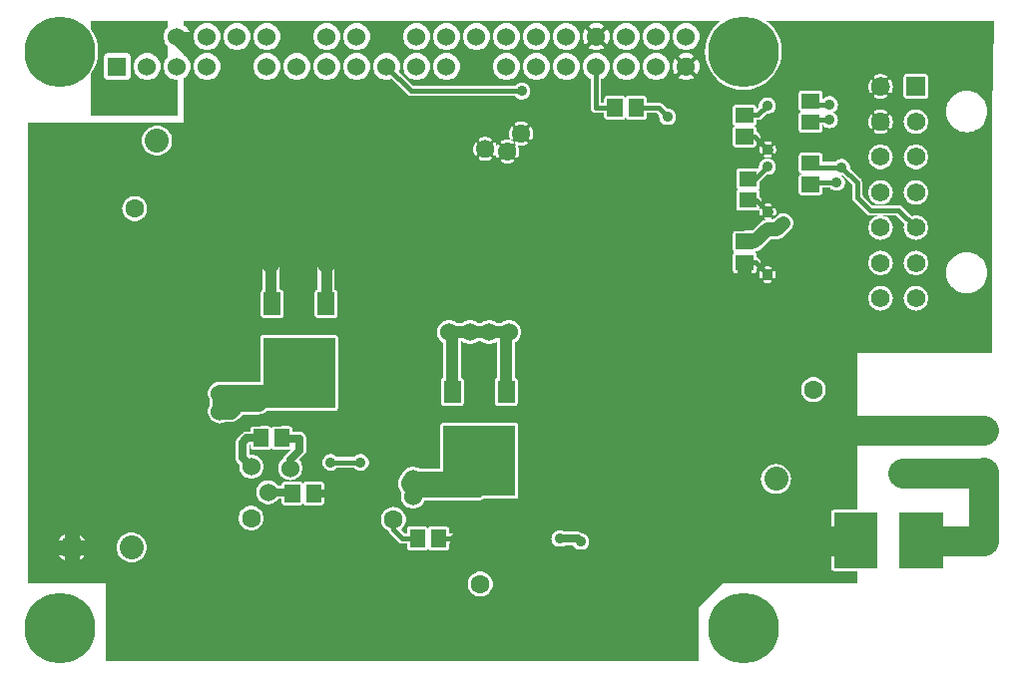
<source format=gbr>
G04 start of page 3 for group 3 idx 1 *
G04 Title: RspPiPS, bottom *
G04 Creator: pcb 4.2.0 *
G04 CreationDate: Sun Jan 23 00:25:27 2022 UTC *
G04 For: debian *
G04 Format: Gerber/RS-274X *
G04 PCB-Dimensions (mil): 10000.00 10000.00 *
G04 PCB-Coordinate-Origin: lower left *
%MOIN*%
%FSLAX25Y25*%
%LNBOTTOM*%
%ADD57C,0.0380*%
%ADD56C,0.0453*%
%ADD55C,0.0354*%
%ADD54C,0.1181*%
%ADD53C,0.0402*%
%ADD52C,0.1063*%
%ADD51C,0.0200*%
%ADD50C,0.0350*%
%ADD49C,0.0600*%
%ADD48C,0.0768*%
%ADD47C,0.0800*%
%ADD46C,0.0630*%
%ADD45C,0.0620*%
%ADD44C,0.2362*%
%ADD43C,0.0787*%
%ADD42C,0.0500*%
%ADD41C,0.0360*%
%ADD40C,0.0250*%
%ADD39C,0.0450*%
%ADD38C,0.0400*%
%ADD37C,0.1000*%
%ADD36C,0.0150*%
%ADD35C,0.0001*%
G54D35*G36*
X191500Y772000D02*Y769982D01*
X191048Y769453D01*
X190678Y768849D01*
X190407Y768195D01*
X190242Y767506D01*
X190186Y766800D01*
X190242Y766094D01*
X190407Y765405D01*
X190678Y764751D01*
X191048Y764147D01*
X191500Y763618D01*
Y759982D01*
X191048Y759453D01*
X190678Y758849D01*
X190407Y758195D01*
X190242Y757506D01*
X190186Y756800D01*
X190242Y756094D01*
X190407Y755405D01*
X190678Y754751D01*
X191048Y754147D01*
X191508Y753608D01*
X192047Y753148D01*
X192651Y752778D01*
X193305Y752507D01*
X193994Y752342D01*
X194700Y752286D01*
X195000Y752310D01*
Y740500D01*
X184693D01*
Y752287D01*
X184700Y752286D01*
X185406Y752342D01*
X186095Y752507D01*
X186749Y752778D01*
X187353Y753148D01*
X187892Y753608D01*
X188352Y754147D01*
X188722Y754751D01*
X188993Y755405D01*
X189158Y756094D01*
X189200Y756800D01*
X189158Y757506D01*
X188993Y758195D01*
X188722Y758849D01*
X188352Y759453D01*
X187892Y759992D01*
X187353Y760452D01*
X186749Y760822D01*
X186095Y761093D01*
X185406Y761258D01*
X184700Y761314D01*
X184693Y761313D01*
Y772000D01*
X191500D01*
G37*
G36*
X184693Y740500D02*X174700D01*
Y752307D01*
X177935Y752314D01*
X178165Y752369D01*
X178383Y752459D01*
X178584Y752583D01*
X178764Y752736D01*
X178917Y752916D01*
X179041Y753117D01*
X179131Y753335D01*
X179186Y753565D01*
X179200Y753800D01*
X179186Y760035D01*
X179131Y760265D01*
X179041Y760483D01*
X178917Y760684D01*
X178764Y760864D01*
X178584Y761017D01*
X178383Y761141D01*
X178165Y761231D01*
X177935Y761286D01*
X177700Y761300D01*
X174700Y761293D01*
Y772000D01*
X184693D01*
Y761313D01*
X183994Y761258D01*
X183305Y761093D01*
X182651Y760822D01*
X182047Y760452D01*
X181508Y759992D01*
X181048Y759453D01*
X180678Y758849D01*
X180407Y758195D01*
X180242Y757506D01*
X180186Y756800D01*
X180242Y756094D01*
X180407Y755405D01*
X180678Y754751D01*
X181048Y754147D01*
X181508Y753608D01*
X182047Y753148D01*
X182651Y752778D01*
X183305Y752507D01*
X183994Y752342D01*
X184693Y752287D01*
Y740500D01*
G37*
G36*
X174700D02*X166000D01*
Y754408D01*
X166962Y755977D01*
X167733Y757840D01*
X168204Y759801D01*
X168323Y761811D01*
X168204Y763821D01*
X167733Y765782D01*
X166962Y767645D01*
X166000Y769214D01*
Y772000D01*
X174700D01*
Y761293D01*
X171465Y761286D01*
X171235Y761231D01*
X171017Y761141D01*
X170816Y761017D01*
X170636Y760864D01*
X170483Y760684D01*
X170359Y760483D01*
X170269Y760265D01*
X170214Y760035D01*
X170200Y759800D01*
X170214Y753565D01*
X170269Y753335D01*
X170359Y753117D01*
X170483Y752916D01*
X170636Y752736D01*
X170816Y752583D01*
X171017Y752459D01*
X171235Y752369D01*
X171465Y752314D01*
X171700Y752300D01*
X174700Y752307D01*
Y740500D01*
G37*
G36*
X467406Y772106D02*X467000Y741000D01*
Y661000D01*
X458458D01*
Y680857D01*
X458469Y680857D01*
X459552Y680942D01*
X460609Y681196D01*
X461613Y681612D01*
X462540Y682180D01*
X463366Y682885D01*
X464072Y683712D01*
X464640Y684639D01*
X465056Y685643D01*
X465310Y686700D01*
X465374Y687783D01*
X465310Y688867D01*
X465056Y689924D01*
X464640Y690928D01*
X464072Y691855D01*
X463366Y692681D01*
X462540Y693387D01*
X461613Y693955D01*
X460609Y694371D01*
X459552Y694625D01*
X458469Y694710D01*
X458458Y694709D01*
Y734794D01*
X458469Y734794D01*
X459552Y734879D01*
X460609Y735133D01*
X461613Y735549D01*
X462540Y736117D01*
X463366Y736822D01*
X464072Y737649D01*
X464640Y738576D01*
X465056Y739580D01*
X465310Y740637D01*
X465374Y741720D01*
X465310Y742804D01*
X465056Y743861D01*
X464640Y744865D01*
X464072Y745792D01*
X463366Y746618D01*
X462540Y747324D01*
X461613Y747892D01*
X460609Y748308D01*
X459552Y748562D01*
X458469Y748647D01*
X458458Y748646D01*
Y772097D01*
X467406Y772106D01*
G37*
G36*
X458458Y661000D02*X441461D01*
Y675167D01*
X442104Y675218D01*
X442732Y675368D01*
X443328Y675615D01*
X443878Y675952D01*
X444369Y676371D01*
X444788Y676862D01*
X445125Y677412D01*
X445372Y678009D01*
X445523Y678636D01*
X445561Y679280D01*
X445523Y679923D01*
X445372Y680550D01*
X445125Y681147D01*
X444788Y681697D01*
X444369Y682188D01*
X443878Y682607D01*
X443328Y682944D01*
X442732Y683191D01*
X442104Y683342D01*
X441461Y683392D01*
Y686978D01*
X442104Y687029D01*
X442732Y687179D01*
X443328Y687426D01*
X443878Y687763D01*
X444369Y688182D01*
X444788Y688673D01*
X445125Y689223D01*
X445372Y689820D01*
X445523Y690447D01*
X445561Y691091D01*
X445523Y691734D01*
X445372Y692361D01*
X445125Y692958D01*
X444788Y693508D01*
X444369Y693999D01*
X443878Y694418D01*
X443328Y694755D01*
X442732Y695002D01*
X442104Y695153D01*
X441461Y695203D01*
Y698789D01*
X442104Y698840D01*
X442732Y698990D01*
X443328Y699237D01*
X443878Y699574D01*
X444369Y699993D01*
X444788Y700484D01*
X445125Y701034D01*
X445372Y701631D01*
X445523Y702258D01*
X445561Y702902D01*
X445523Y703545D01*
X445372Y704172D01*
X445125Y704769D01*
X444788Y705319D01*
X444369Y705810D01*
X443878Y706229D01*
X443328Y706566D01*
X442732Y706813D01*
X442104Y706964D01*
X441461Y707014D01*
Y710600D01*
X442104Y710651D01*
X442732Y710801D01*
X443328Y711048D01*
X443878Y711385D01*
X444369Y711805D01*
X444788Y712295D01*
X445125Y712845D01*
X445372Y713442D01*
X445523Y714069D01*
X445561Y714713D01*
X445523Y715356D01*
X445372Y715983D01*
X445125Y716580D01*
X444788Y717130D01*
X444369Y717621D01*
X443878Y718040D01*
X443328Y718377D01*
X442732Y718624D01*
X442104Y718775D01*
X441461Y718825D01*
Y722411D01*
X442104Y722462D01*
X442732Y722612D01*
X443328Y722859D01*
X443878Y723196D01*
X444369Y723616D01*
X444788Y724106D01*
X445125Y724657D01*
X445372Y725253D01*
X445523Y725880D01*
X445561Y726524D01*
X445523Y727167D01*
X445372Y727794D01*
X445125Y728391D01*
X444788Y728941D01*
X444369Y729432D01*
X443878Y729851D01*
X443328Y730188D01*
X442732Y730435D01*
X442104Y730586D01*
X441461Y730636D01*
Y734222D01*
X442104Y734273D01*
X442732Y734423D01*
X443328Y734670D01*
X443878Y735007D01*
X444369Y735427D01*
X444788Y735917D01*
X445125Y736468D01*
X445372Y737064D01*
X445523Y737691D01*
X445561Y738335D01*
X445523Y738978D01*
X445372Y739606D01*
X445125Y740202D01*
X444788Y740752D01*
X444369Y741243D01*
X443878Y741662D01*
X443328Y741999D01*
X442732Y742246D01*
X442104Y742397D01*
X441461Y742447D01*
Y746050D01*
X444718Y746055D01*
X444871Y746092D01*
X445016Y746152D01*
X445150Y746234D01*
X445270Y746336D01*
X445372Y746456D01*
X445454Y746590D01*
X445515Y746736D01*
X445551Y746889D01*
X445561Y747046D01*
X445551Y753403D01*
X445515Y753556D01*
X445454Y753701D01*
X445372Y753835D01*
X445270Y753955D01*
X445150Y754057D01*
X445016Y754139D01*
X444871Y754200D01*
X444718Y754236D01*
X444561Y754246D01*
X441461Y754241D01*
Y772078D01*
X458458Y772097D01*
Y748646D01*
X457385Y748562D01*
X456328Y748308D01*
X455324Y747892D01*
X454397Y747324D01*
X453571Y746618D01*
X452865Y745792D01*
X452297Y744865D01*
X451881Y743861D01*
X451627Y742804D01*
X451542Y741720D01*
X451627Y740637D01*
X451881Y739580D01*
X452297Y738576D01*
X452865Y737649D01*
X453571Y736822D01*
X454397Y736117D01*
X455324Y735549D01*
X456328Y735133D01*
X457385Y734879D01*
X458458Y734794D01*
Y694709D01*
X457385Y694625D01*
X456328Y694371D01*
X455324Y693955D01*
X454397Y693387D01*
X453571Y692681D01*
X452865Y691855D01*
X452297Y690928D01*
X451881Y689924D01*
X451627Y688867D01*
X451542Y687783D01*
X451627Y686700D01*
X451881Y685643D01*
X452297Y684639D01*
X452865Y683712D01*
X453571Y682885D01*
X454397Y682180D01*
X455324Y681612D01*
X456328Y681196D01*
X457385Y680942D01*
X458458Y680857D01*
Y661000D01*
G37*
G36*
X441461Y707014D02*X440817Y706964D01*
X440190Y706813D01*
X440073Y706764D01*
X436995Y709842D01*
X436950Y709895D01*
X436740Y710074D01*
X436506Y710218D01*
X436251Y710323D01*
X435983Y710387D01*
X435983Y710387D01*
X435709Y710409D01*
X435640Y710404D01*
X433020D01*
Y712366D01*
X433314Y712845D01*
X433561Y713442D01*
X433712Y714069D01*
X433750Y714713D01*
X433712Y715356D01*
X433561Y715983D01*
X433314Y716580D01*
X433020Y717059D01*
Y724177D01*
X433314Y724657D01*
X433561Y725253D01*
X433712Y725880D01*
X433750Y726524D01*
X433712Y727167D01*
X433561Y727794D01*
X433314Y728391D01*
X433020Y728870D01*
Y736137D01*
X433076Y736168D01*
X433137Y736217D01*
X433190Y736275D01*
X433233Y736342D01*
X433405Y736679D01*
X433542Y737032D01*
X433645Y737396D01*
X433715Y737768D01*
X433750Y738145D01*
Y738524D01*
X433715Y738901D01*
X433645Y739273D01*
X433542Y739638D01*
X433405Y739991D01*
X433236Y740330D01*
X433193Y740396D01*
X433139Y740454D01*
X433077Y740504D01*
X433020Y740536D01*
Y747948D01*
X433076Y747980D01*
X433137Y748028D01*
X433190Y748086D01*
X433233Y748153D01*
X433405Y748490D01*
X433542Y748843D01*
X433645Y749207D01*
X433715Y749579D01*
X433750Y749956D01*
Y750335D01*
X433715Y750712D01*
X433645Y751084D01*
X433542Y751449D01*
X433405Y751802D01*
X433236Y752141D01*
X433193Y752207D01*
X433139Y752265D01*
X433077Y752315D01*
X433020Y752347D01*
Y772069D01*
X441461Y772078D01*
Y754241D01*
X438204Y754236D01*
X438051Y754200D01*
X437905Y754139D01*
X437771Y754057D01*
X437651Y753955D01*
X437549Y753835D01*
X437467Y753701D01*
X437407Y753556D01*
X437370Y753403D01*
X437361Y753246D01*
X437370Y746889D01*
X437407Y746736D01*
X437467Y746590D01*
X437549Y746456D01*
X437651Y746336D01*
X437771Y746234D01*
X437905Y746152D01*
X438051Y746092D01*
X438204Y746055D01*
X438361Y746046D01*
X441461Y746050D01*
Y742447D01*
X440817Y742397D01*
X440190Y742246D01*
X439594Y741999D01*
X439043Y741662D01*
X438553Y741243D01*
X438133Y740752D01*
X437796Y740202D01*
X437549Y739606D01*
X437399Y738978D01*
X437348Y738335D01*
X437399Y737691D01*
X437549Y737064D01*
X437796Y736468D01*
X438133Y735917D01*
X438553Y735427D01*
X439043Y735007D01*
X439594Y734670D01*
X440190Y734423D01*
X440817Y734273D01*
X441461Y734222D01*
Y730636D01*
X440817Y730586D01*
X440190Y730435D01*
X439594Y730188D01*
X439043Y729851D01*
X438553Y729432D01*
X438133Y728941D01*
X437796Y728391D01*
X437549Y727794D01*
X437399Y727167D01*
X437348Y726524D01*
X437399Y725880D01*
X437549Y725253D01*
X437796Y724657D01*
X438133Y724106D01*
X438553Y723616D01*
X439043Y723196D01*
X439594Y722859D01*
X440190Y722612D01*
X440817Y722462D01*
X441461Y722411D01*
Y718825D01*
X440817Y718775D01*
X440190Y718624D01*
X439594Y718377D01*
X439043Y718040D01*
X438553Y717621D01*
X438133Y717130D01*
X437796Y716580D01*
X437549Y715983D01*
X437399Y715356D01*
X437348Y714713D01*
X437399Y714069D01*
X437549Y713442D01*
X437796Y712845D01*
X438133Y712295D01*
X438553Y711805D01*
X439043Y711385D01*
X439594Y711048D01*
X440190Y710801D01*
X440817Y710651D01*
X441461Y710600D01*
Y707014D01*
G37*
G36*
X433020Y728870D02*X432977Y728941D01*
X432558Y729432D01*
X432067Y729851D01*
X431517Y730188D01*
X430920Y730435D01*
X430293Y730586D01*
X429651Y730636D01*
Y734235D01*
X429839D01*
X430216Y734270D01*
X430588Y734339D01*
X430953Y734443D01*
X431306Y734579D01*
X431645Y734748D01*
X431711Y734791D01*
X431769Y734845D01*
X431819Y734907D01*
X431857Y734976D01*
X431885Y735050D01*
X431901Y735128D01*
X431904Y735207D01*
X431895Y735286D01*
X431874Y735362D01*
X431841Y735434D01*
X431797Y735500D01*
X431743Y735558D01*
X431681Y735608D01*
X431612Y735646D01*
X431538Y735674D01*
X431460Y735690D01*
X431381Y735693D01*
X431302Y735684D01*
X431226Y735663D01*
X431155Y735628D01*
X430900Y735498D01*
X430634Y735395D01*
X430359Y735317D01*
X430077Y735264D01*
X429793Y735238D01*
X429651D01*
Y741431D01*
X429793D01*
X430077Y741405D01*
X430359Y741352D01*
X430634Y741274D01*
X430900Y741171D01*
X431157Y741044D01*
X431227Y741010D01*
X431303Y740989D01*
X431381Y740979D01*
X431460Y740983D01*
X431537Y740998D01*
X431611Y741026D01*
X431679Y741064D01*
X431741Y741113D01*
X431794Y741171D01*
X431838Y741237D01*
X431871Y741308D01*
X431892Y741384D01*
X431901Y741462D01*
X431897Y741541D01*
X431882Y741618D01*
X431854Y741692D01*
X431816Y741761D01*
X431767Y741822D01*
X431709Y741875D01*
X431643Y741918D01*
X431306Y742090D01*
X430953Y742227D01*
X430588Y742330D01*
X430216Y742400D01*
X429839Y742435D01*
X429651D01*
Y746046D01*
X429839D01*
X430216Y746081D01*
X430588Y746150D01*
X430953Y746254D01*
X431306Y746390D01*
X431645Y746559D01*
X431711Y746602D01*
X431769Y746656D01*
X431819Y746718D01*
X431857Y746787D01*
X431885Y746861D01*
X431901Y746939D01*
X431904Y747018D01*
X431895Y747097D01*
X431874Y747173D01*
X431841Y747245D01*
X431797Y747311D01*
X431743Y747369D01*
X431681Y747419D01*
X431612Y747457D01*
X431538Y747485D01*
X431460Y747501D01*
X431381Y747504D01*
X431302Y747495D01*
X431226Y747474D01*
X431155Y747439D01*
X430900Y747309D01*
X430634Y747206D01*
X430359Y747128D01*
X430077Y747075D01*
X429793Y747049D01*
X429651D01*
Y753242D01*
X429793D01*
X430077Y753216D01*
X430359Y753164D01*
X430634Y753085D01*
X430900Y752982D01*
X431157Y752855D01*
X431227Y752821D01*
X431303Y752800D01*
X431381Y752791D01*
X431460Y752794D01*
X431537Y752809D01*
X431611Y752837D01*
X431679Y752876D01*
X431741Y752924D01*
X431794Y752982D01*
X431838Y753048D01*
X431871Y753119D01*
X431892Y753195D01*
X431901Y753273D01*
X431897Y753352D01*
X431882Y753429D01*
X431854Y753503D01*
X431816Y753572D01*
X431767Y753633D01*
X431709Y753686D01*
X431643Y753729D01*
X431306Y753901D01*
X430953Y754038D01*
X430588Y754141D01*
X430216Y754211D01*
X429839Y754246D01*
X429651D01*
Y772065D01*
X433020Y772069D01*
Y752347D01*
X433008Y752353D01*
X432934Y752381D01*
X432856Y752397D01*
X432777Y752400D01*
X432699Y752391D01*
X432622Y752370D01*
X432550Y752337D01*
X432484Y752293D01*
X432426Y752239D01*
X432377Y752177D01*
X432338Y752108D01*
X432310Y752034D01*
X432294Y751956D01*
X432291Y751877D01*
X432300Y751799D01*
X432322Y751722D01*
X432356Y751651D01*
X432486Y751396D01*
X432589Y751130D01*
X432667Y750855D01*
X432720Y750573D01*
X432746Y750289D01*
Y750003D01*
X432720Y749718D01*
X432667Y749437D01*
X432589Y749162D01*
X432486Y748895D01*
X432359Y748639D01*
X432325Y748568D01*
X432303Y748492D01*
X432294Y748414D01*
X432298Y748335D01*
X432313Y748258D01*
X432341Y748184D01*
X432379Y748116D01*
X432428Y748054D01*
X432486Y748001D01*
X432552Y747957D01*
X432623Y747925D01*
X432699Y747904D01*
X432777Y747895D01*
X432856Y747898D01*
X432933Y747913D01*
X433007Y747941D01*
X433020Y747948D01*
Y740536D01*
X433008Y740542D01*
X432934Y740570D01*
X432856Y740586D01*
X432777Y740589D01*
X432699Y740580D01*
X432622Y740559D01*
X432550Y740526D01*
X432484Y740482D01*
X432426Y740428D01*
X432377Y740366D01*
X432338Y740297D01*
X432310Y740223D01*
X432294Y740145D01*
X432291Y740066D01*
X432300Y739988D01*
X432322Y739911D01*
X432356Y739840D01*
X432486Y739585D01*
X432589Y739319D01*
X432667Y739044D01*
X432720Y738762D01*
X432746Y738478D01*
Y738192D01*
X432720Y737907D01*
X432667Y737626D01*
X432589Y737351D01*
X432486Y737084D01*
X432359Y736828D01*
X432325Y736757D01*
X432303Y736681D01*
X432294Y736603D01*
X432298Y736524D01*
X432313Y736447D01*
X432341Y736373D01*
X432379Y736305D01*
X432428Y736243D01*
X432486Y736190D01*
X432552Y736146D01*
X432623Y736114D01*
X432699Y736093D01*
X432777Y736083D01*
X432856Y736087D01*
X432933Y736102D01*
X433007Y736130D01*
X433020Y736137D01*
Y728870D01*
G37*
G36*
Y717059D02*X432977Y717130D01*
X432558Y717621D01*
X432067Y718040D01*
X431517Y718377D01*
X430920Y718624D01*
X430293Y718775D01*
X429651Y718825D01*
Y722411D01*
X430293Y722462D01*
X430920Y722612D01*
X431517Y722859D01*
X432067Y723196D01*
X432558Y723616D01*
X432977Y724106D01*
X433020Y724177D01*
Y717059D01*
G37*
G36*
Y710404D02*X429651D01*
Y710600D01*
X430293Y710651D01*
X430920Y710801D01*
X431517Y711048D01*
X432067Y711385D01*
X432558Y711805D01*
X432977Y712295D01*
X433020Y712366D01*
Y710404D01*
G37*
G36*
X426279Y724177D02*X426322Y724106D01*
X426742Y723616D01*
X427232Y723196D01*
X427783Y722859D01*
X428379Y722612D01*
X429006Y722462D01*
X429650Y722411D01*
X429651Y722411D01*
Y718825D01*
X429650Y718825D01*
X429006Y718775D01*
X428379Y718624D01*
X427783Y718377D01*
X427232Y718040D01*
X426742Y717621D01*
X426322Y717130D01*
X426279Y717059D01*
Y724177D01*
G37*
G36*
Y772061D02*X429651Y772065D01*
Y754246D01*
X429460D01*
X429083Y754211D01*
X428711Y754141D01*
X428347Y754038D01*
X427994Y753901D01*
X427654Y753732D01*
X427588Y753689D01*
X427530Y753635D01*
X427481Y753573D01*
X427442Y753504D01*
X427414Y753430D01*
X427398Y753353D01*
X427395Y753273D01*
X427404Y753195D01*
X427426Y753118D01*
X427458Y753046D01*
X427502Y752980D01*
X427556Y752922D01*
X427618Y752873D01*
X427687Y752834D01*
X427761Y752806D01*
X427839Y752791D01*
X427918Y752787D01*
X427997Y752796D01*
X428073Y752818D01*
X428144Y752852D01*
X428399Y752982D01*
X428666Y753085D01*
X428941Y753164D01*
X429222Y753216D01*
X429507Y753242D01*
X429651D01*
Y747049D01*
X429507D01*
X429222Y747075D01*
X428941Y747128D01*
X428666Y747206D01*
X428399Y747309D01*
X428143Y747437D01*
X428072Y747471D01*
X427996Y747492D01*
X427918Y747501D01*
X427839Y747498D01*
X427762Y747482D01*
X427688Y747454D01*
X427620Y747416D01*
X427558Y747367D01*
X427505Y747309D01*
X427461Y747243D01*
X427429Y747172D01*
X427407Y747096D01*
X427398Y747018D01*
X427402Y746939D01*
X427417Y746862D01*
X427445Y746788D01*
X427483Y746720D01*
X427532Y746658D01*
X427590Y746605D01*
X427657Y746563D01*
X427994Y746390D01*
X428347Y746254D01*
X428711Y746150D01*
X429083Y746081D01*
X429460Y746046D01*
X429651D01*
Y742435D01*
X429460D01*
X429083Y742400D01*
X428711Y742330D01*
X428347Y742227D01*
X427994Y742090D01*
X427654Y741921D01*
X427588Y741878D01*
X427530Y741824D01*
X427481Y741762D01*
X427442Y741693D01*
X427414Y741619D01*
X427398Y741541D01*
X427395Y741462D01*
X427404Y741384D01*
X427426Y741307D01*
X427458Y741235D01*
X427502Y741169D01*
X427556Y741111D01*
X427618Y741062D01*
X427687Y741023D01*
X427761Y740995D01*
X427839Y740980D01*
X427918Y740976D01*
X427997Y740985D01*
X428073Y741007D01*
X428144Y741041D01*
X428399Y741171D01*
X428666Y741274D01*
X428941Y741352D01*
X429222Y741405D01*
X429507Y741431D01*
X429651D01*
Y735238D01*
X429507D01*
X429222Y735264D01*
X428941Y735317D01*
X428666Y735395D01*
X428399Y735498D01*
X428143Y735626D01*
X428072Y735660D01*
X427996Y735681D01*
X427918Y735690D01*
X427839Y735686D01*
X427762Y735671D01*
X427688Y735643D01*
X427620Y735605D01*
X427558Y735556D01*
X427505Y735498D01*
X427461Y735432D01*
X427429Y735361D01*
X427407Y735285D01*
X427398Y735207D01*
X427402Y735128D01*
X427417Y735051D01*
X427445Y734977D01*
X427483Y734909D01*
X427532Y734847D01*
X427590Y734794D01*
X427657Y734752D01*
X427994Y734579D01*
X428347Y734443D01*
X428711Y734339D01*
X429083Y734270D01*
X429460Y734235D01*
X429651D01*
Y730636D01*
X429650Y730636D01*
X429006Y730586D01*
X428379Y730435D01*
X427783Y730188D01*
X427232Y729851D01*
X426742Y729432D01*
X426322Y728941D01*
X426279Y728870D01*
Y736134D01*
X426291Y736127D01*
X426365Y736099D01*
X426443Y736084D01*
X426522Y736080D01*
X426601Y736089D01*
X426677Y736111D01*
X426749Y736144D01*
X426815Y736187D01*
X426873Y736241D01*
X426923Y736303D01*
X426961Y736372D01*
X426989Y736446D01*
X427005Y736524D01*
X427008Y736603D01*
X426999Y736682D01*
X426978Y736758D01*
X426943Y736829D01*
X426813Y737084D01*
X426710Y737351D01*
X426632Y737626D01*
X426579Y737907D01*
X426553Y738192D01*
Y738478D01*
X426579Y738762D01*
X426632Y739044D01*
X426710Y739319D01*
X426813Y739585D01*
X426941Y739842D01*
X426975Y739912D01*
X426996Y739988D01*
X427005Y740066D01*
X427001Y740145D01*
X426986Y740222D01*
X426958Y740296D01*
X426920Y740364D01*
X426871Y740426D01*
X426813Y740479D01*
X426747Y740523D01*
X426676Y740556D01*
X426600Y740577D01*
X426522Y740586D01*
X426443Y740582D01*
X426366Y740567D01*
X426292Y740539D01*
X426279Y740532D01*
Y747945D01*
X426291Y747938D01*
X426365Y747910D01*
X426443Y747895D01*
X426522Y747891D01*
X426601Y747900D01*
X426677Y747922D01*
X426749Y747955D01*
X426815Y747998D01*
X426873Y748052D01*
X426923Y748114D01*
X426961Y748183D01*
X426989Y748257D01*
X427005Y748335D01*
X427008Y748414D01*
X426999Y748493D01*
X426978Y748569D01*
X426943Y748640D01*
X426813Y748895D01*
X426710Y749162D01*
X426632Y749437D01*
X426579Y749718D01*
X426553Y750003D01*
Y750289D01*
X426579Y750573D01*
X426632Y750855D01*
X426710Y751130D01*
X426813Y751396D01*
X426941Y751653D01*
X426975Y751723D01*
X426996Y751799D01*
X427005Y751877D01*
X427001Y751956D01*
X426986Y752033D01*
X426958Y752107D01*
X426920Y752175D01*
X426871Y752237D01*
X426813Y752290D01*
X426747Y752334D01*
X426676Y752367D01*
X426600Y752388D01*
X426522Y752397D01*
X426443Y752394D01*
X426366Y752378D01*
X426292Y752350D01*
X426279Y752343D01*
Y772061D01*
G37*
G36*
X429651Y710404D02*X427020D01*
X426279Y711145D01*
Y712366D01*
X426322Y712295D01*
X426742Y711805D01*
X427232Y711385D01*
X427783Y711048D01*
X428379Y710801D01*
X429006Y710651D01*
X429650Y710600D01*
X429651Y710600D01*
Y710404D01*
G37*
G36*
X426279Y711145D02*X423954Y713470D01*
Y772059D01*
X426279Y772061D01*
Y752343D01*
X426224Y752312D01*
X426162Y752263D01*
X426109Y752205D01*
X426067Y752139D01*
X425894Y751802D01*
X425758Y751449D01*
X425654Y751084D01*
X425585Y750712D01*
X425550Y750335D01*
Y749956D01*
X425585Y749579D01*
X425654Y749207D01*
X425758Y748843D01*
X425894Y748490D01*
X426063Y748151D01*
X426106Y748084D01*
X426160Y748026D01*
X426222Y747977D01*
X426279Y747945D01*
Y740532D01*
X426224Y740501D01*
X426162Y740452D01*
X426109Y740394D01*
X426067Y740328D01*
X425894Y739991D01*
X425758Y739638D01*
X425654Y739273D01*
X425585Y738901D01*
X425550Y738524D01*
Y738145D01*
X425585Y737768D01*
X425654Y737396D01*
X425758Y737032D01*
X425894Y736679D01*
X426063Y736340D01*
X426106Y736273D01*
X426160Y736215D01*
X426222Y736166D01*
X426279Y736134D01*
Y728870D01*
X425985Y728391D01*
X425738Y727794D01*
X425588Y727167D01*
X425537Y726524D01*
X425588Y725880D01*
X425738Y725253D01*
X425985Y724657D01*
X426279Y724177D01*
Y717059D01*
X425985Y716580D01*
X425738Y715983D01*
X425588Y715356D01*
X425537Y714713D01*
X425588Y714069D01*
X425738Y713442D01*
X425985Y712845D01*
X426279Y712366D01*
Y711145D01*
G37*
G36*
X441461Y661000D02*X429643D01*
Y675167D01*
X429650Y675167D01*
X430293Y675218D01*
X430920Y675368D01*
X431517Y675615D01*
X432067Y675952D01*
X432558Y676371D01*
X432977Y676862D01*
X433314Y677412D01*
X433561Y678009D01*
X433712Y678636D01*
X433750Y679280D01*
X433712Y679923D01*
X433561Y680550D01*
X433314Y681147D01*
X432977Y681697D01*
X432558Y682188D01*
X432067Y682607D01*
X431517Y682944D01*
X430920Y683191D01*
X430293Y683342D01*
X429650Y683392D01*
X429643Y683392D01*
Y686978D01*
X429650Y686978D01*
X430293Y687029D01*
X430920Y687179D01*
X431517Y687426D01*
X432067Y687763D01*
X432558Y688182D01*
X432977Y688673D01*
X433314Y689223D01*
X433561Y689820D01*
X433712Y690447D01*
X433750Y691091D01*
X433712Y691734D01*
X433561Y692361D01*
X433314Y692958D01*
X432977Y693508D01*
X432558Y693999D01*
X432067Y694418D01*
X431517Y694755D01*
X430920Y695002D01*
X430293Y695153D01*
X429650Y695203D01*
X429643Y695203D01*
Y698789D01*
X429650Y698789D01*
X430293Y698840D01*
X430920Y698990D01*
X431517Y699237D01*
X432067Y699574D01*
X432558Y699993D01*
X432977Y700484D01*
X433314Y701034D01*
X433561Y701631D01*
X433712Y702258D01*
X433750Y702902D01*
X433712Y703545D01*
X433561Y704172D01*
X433314Y704769D01*
X432977Y705319D01*
X432558Y705810D01*
X432067Y706229D01*
X431517Y706566D01*
X430920Y706813D01*
X430543Y706904D01*
X434984D01*
X437598Y704290D01*
X437549Y704172D01*
X437399Y703545D01*
X437348Y702902D01*
X437399Y702258D01*
X437549Y701631D01*
X437796Y701034D01*
X438133Y700484D01*
X438553Y699993D01*
X439043Y699574D01*
X439594Y699237D01*
X440190Y698990D01*
X440817Y698840D01*
X441461Y698789D01*
Y695203D01*
X440817Y695153D01*
X440190Y695002D01*
X439594Y694755D01*
X439043Y694418D01*
X438553Y693999D01*
X438133Y693508D01*
X437796Y692958D01*
X437549Y692361D01*
X437399Y691734D01*
X437348Y691091D01*
X437399Y690447D01*
X437549Y689820D01*
X437796Y689223D01*
X438133Y688673D01*
X438553Y688182D01*
X439043Y687763D01*
X439594Y687426D01*
X440190Y687179D01*
X440817Y687029D01*
X441461Y686978D01*
Y683392D01*
X440817Y683342D01*
X440190Y683191D01*
X439594Y682944D01*
X439043Y682607D01*
X438553Y682188D01*
X438133Y681697D01*
X437796Y681147D01*
X437549Y680550D01*
X437399Y679923D01*
X437348Y679280D01*
X437399Y678636D01*
X437549Y678009D01*
X437796Y677412D01*
X438133Y676862D01*
X438553Y676371D01*
X439043Y675952D01*
X439594Y675615D01*
X440190Y675368D01*
X440817Y675218D01*
X441461Y675167D01*
Y661000D01*
G37*
G36*
X429643D02*X423954D01*
Y708520D01*
X425009Y707465D01*
X425054Y707412D01*
X425263Y707233D01*
X425498Y707089D01*
X425753Y706984D01*
X426021Y706920D01*
X426021Y706920D01*
X426295Y706898D01*
X426364Y706904D01*
X428756D01*
X428379Y706813D01*
X427783Y706566D01*
X427232Y706229D01*
X426742Y705810D01*
X426322Y705319D01*
X425985Y704769D01*
X425738Y704172D01*
X425588Y703545D01*
X425537Y702902D01*
X425588Y702258D01*
X425738Y701631D01*
X425985Y701034D01*
X426322Y700484D01*
X426742Y699993D01*
X427232Y699574D01*
X427783Y699237D01*
X428379Y698990D01*
X429006Y698840D01*
X429643Y698789D01*
Y695203D01*
X429006Y695153D01*
X428379Y695002D01*
X427783Y694755D01*
X427232Y694418D01*
X426742Y693999D01*
X426322Y693508D01*
X425985Y692958D01*
X425738Y692361D01*
X425588Y691734D01*
X425537Y691091D01*
X425588Y690447D01*
X425738Y689820D01*
X425985Y689223D01*
X426322Y688673D01*
X426742Y688182D01*
X427232Y687763D01*
X427783Y687426D01*
X428379Y687179D01*
X429006Y687029D01*
X429643Y686978D01*
Y683392D01*
X429006Y683342D01*
X428379Y683191D01*
X427783Y682944D01*
X427232Y682607D01*
X426742Y682188D01*
X426322Y681697D01*
X425985Y681147D01*
X425738Y680550D01*
X425588Y679923D01*
X425537Y679280D01*
X425588Y678636D01*
X425738Y678009D01*
X425985Y677412D01*
X426322Y676862D01*
X426742Y676371D01*
X427232Y675952D01*
X427783Y675615D01*
X428379Y675368D01*
X429006Y675218D01*
X429643Y675167D01*
Y661000D01*
G37*
G36*
X408873Y772042D02*X423954Y772059D01*
Y713470D01*
X423577Y713847D01*
Y717868D01*
X423582Y717937D01*
X423561Y718211D01*
X423561Y718212D01*
X423496Y718479D01*
X423391Y718734D01*
X423247Y718969D01*
X423068Y719178D01*
X423016Y719223D01*
X419435Y722803D01*
X419454Y723110D01*
X419428Y723550D01*
X419325Y723978D01*
X419156Y724385D01*
X418926Y724761D01*
X418640Y725096D01*
X418304Y725382D01*
X417929Y725613D01*
X417521Y725781D01*
X417093Y725884D01*
X416654Y725919D01*
X416214Y725884D01*
X415786Y725781D01*
X415378Y725613D01*
X415003Y725382D01*
X414668Y725096D01*
X414466Y724860D01*
X410246D01*
X410242Y727125D01*
X410205Y727278D01*
X410145Y727423D01*
X410063Y727557D01*
X409960Y727677D01*
X409841Y727779D01*
X409707Y727862D01*
X409561Y727922D01*
X409408Y727958D01*
X409251Y727968D01*
X408873Y727967D01*
Y734639D01*
X409408Y734640D01*
X409561Y734676D01*
X409707Y734737D01*
X409841Y734819D01*
X409960Y734921D01*
X410063Y735041D01*
X410145Y735175D01*
X410205Y735320D01*
X410242Y735473D01*
X410251Y735630D01*
X410248Y737226D01*
X410411D01*
X410612Y736990D01*
X410948Y736704D01*
X411323Y736474D01*
X411731Y736305D01*
X412159Y736202D01*
X412598Y736168D01*
X413038Y736202D01*
X413466Y736305D01*
X413874Y736474D01*
X414249Y736704D01*
X414584Y736990D01*
X414871Y737326D01*
X415101Y737701D01*
X415270Y738108D01*
X415372Y738537D01*
X415398Y738976D01*
X415372Y739416D01*
X415270Y739844D01*
X415101Y740251D01*
X414871Y740627D01*
X414584Y740962D01*
X414249Y741249D01*
X413874Y741479D01*
X413737Y741535D01*
X413874Y741592D01*
X414249Y741822D01*
X414584Y742108D01*
X414871Y742444D01*
X415101Y742819D01*
X415270Y743227D01*
X415372Y743655D01*
X415398Y744094D01*
X415372Y744534D01*
X415270Y744962D01*
X415101Y745370D01*
X414871Y745745D01*
X414584Y746080D01*
X414249Y746367D01*
X413874Y746597D01*
X413466Y746766D01*
X413038Y746869D01*
X412598Y746903D01*
X412159Y746869D01*
X411731Y746766D01*
X411323Y746597D01*
X410948Y746367D01*
X410612Y746080D01*
X410411Y745844D01*
X410246D01*
X410242Y747991D01*
X410205Y748144D01*
X410145Y748290D01*
X410063Y748424D01*
X409960Y748544D01*
X409841Y748646D01*
X409707Y748728D01*
X409561Y748788D01*
X409408Y748825D01*
X409251Y748834D01*
X408873Y748834D01*
Y772042D01*
G37*
G36*
X423954Y661000D02*X422000D01*
Y608612D01*
X414029Y608607D01*
X413876Y608570D01*
X413731Y608510D01*
X413597Y608428D01*
X413477Y608325D01*
X413375Y608206D01*
X413292Y608072D01*
X413232Y607926D01*
X413195Y607773D01*
X413186Y607616D01*
X413195Y588959D01*
X413232Y588806D01*
X413292Y588661D01*
X413375Y588527D01*
X413477Y588407D01*
X413597Y588305D01*
X413731Y588222D01*
X413876Y588162D01*
X414029Y588125D01*
X414186Y588116D01*
X422000Y588121D01*
Y584000D01*
X408873D01*
Y644942D01*
X409126Y645047D01*
X409683Y645388D01*
X410179Y645813D01*
X410604Y646309D01*
X410945Y646866D01*
X411195Y647470D01*
X411347Y648105D01*
X411386Y648756D01*
X411347Y649407D01*
X411195Y650042D01*
X410945Y650646D01*
X410604Y651203D01*
X410179Y651699D01*
X409683Y652123D01*
X409126Y652465D01*
X408873Y652569D01*
Y713772D01*
X409408Y713773D01*
X409561Y713810D01*
X409707Y713870D01*
X409841Y713952D01*
X409960Y714054D01*
X410063Y714174D01*
X410145Y714308D01*
X410205Y714454D01*
X410242Y714607D01*
X410251Y714764D01*
X410248Y716360D01*
X412773D01*
X412975Y716124D01*
X413310Y715838D01*
X413686Y715608D01*
X414093Y715439D01*
X414521Y715336D01*
X414961Y715302D01*
X415400Y715336D01*
X415829Y715439D01*
X416236Y715608D01*
X416612Y715838D01*
X416947Y716124D01*
X417233Y716459D01*
X417463Y716835D01*
X417632Y717242D01*
X417735Y717671D01*
X417761Y718110D01*
X417735Y718550D01*
X417632Y718978D01*
X417463Y719385D01*
X417233Y719761D01*
X416947Y720096D01*
X416702Y720305D01*
X416963Y720326D01*
X420077Y717212D01*
Y713191D01*
X420071Y713122D01*
X420093Y712848D01*
X420093Y712847D01*
X420157Y712580D01*
X420263Y712325D01*
X420407Y712090D01*
X420586Y711881D01*
X420638Y711836D01*
X423954Y708520D01*
Y661000D01*
G37*
G36*
X408873Y584000D02*X394230D01*
Y613891D01*
X394736Y613851D01*
X395521Y613912D01*
X396286Y614096D01*
X397013Y614397D01*
X397684Y614809D01*
X398283Y615320D01*
X398794Y615918D01*
X399205Y616589D01*
X399506Y617316D01*
X399690Y618082D01*
X399736Y618866D01*
X399690Y619651D01*
X399506Y620416D01*
X399205Y621143D01*
X398794Y621814D01*
X398283Y622413D01*
X397684Y622924D01*
X397013Y623335D01*
X396286Y623636D01*
X395521Y623820D01*
X394736Y623882D01*
X394230Y623842D01*
Y685940D01*
X394271Y685955D01*
X394340Y685994D01*
X394402Y686043D01*
X394455Y686101D01*
X394498Y686166D01*
X394530Y686238D01*
X394606Y686471D01*
X394660Y686711D01*
X394692Y686955D01*
X394703Y687200D01*
X394692Y687445D01*
X394660Y687689D01*
X394606Y687929D01*
X394532Y688163D01*
X394500Y688235D01*
X394456Y688300D01*
X394403Y688359D01*
X394341Y688408D01*
X394272Y688446D01*
X394230Y688462D01*
Y699050D01*
X394873D01*
X395000Y699040D01*
X395510Y699080D01*
X396007Y699200D01*
X396480Y699395D01*
X396916Y699663D01*
X397305Y699995D01*
X397388Y700092D01*
X399498Y702202D01*
X399837Y702584D01*
X400105Y703020D01*
X400300Y703493D01*
X400420Y703990D01*
X400460Y704500D01*
X400420Y705010D01*
X400300Y705507D01*
X400105Y705980D01*
X399837Y706416D01*
X399505Y706805D01*
X399116Y707137D01*
X398680Y707405D01*
X398207Y707600D01*
X397710Y707720D01*
X397200Y707760D01*
X396690Y707720D01*
X396193Y707600D01*
X395720Y707405D01*
X395284Y707137D01*
X394902Y706798D01*
X394230Y706126D01*
Y706914D01*
X394298Y706928D01*
X394371Y706955D01*
X394440Y706994D01*
X394502Y707043D01*
X394555Y707101D01*
X394598Y707166D01*
X394630Y707238D01*
X394706Y707471D01*
X394760Y707711D01*
X394792Y707955D01*
X394803Y708200D01*
X394792Y708445D01*
X394760Y708689D01*
X394706Y708929D01*
X394632Y709163D01*
X394600Y709235D01*
X394556Y709300D01*
X394503Y709359D01*
X394441Y709408D01*
X394372Y709446D01*
X394298Y709474D01*
X394230Y709488D01*
Y721906D01*
X394303Y722025D01*
X394471Y722432D01*
X394574Y722861D01*
X394600Y723300D01*
X394574Y723739D01*
X394471Y724168D01*
X394303Y724575D01*
X394230Y724694D01*
Y727714D01*
X394298Y727728D01*
X394371Y727755D01*
X394440Y727794D01*
X394502Y727843D01*
X394555Y727901D01*
X394598Y727966D01*
X394630Y728038D01*
X394706Y728271D01*
X394760Y728511D01*
X394792Y728755D01*
X394803Y729000D01*
X394792Y729245D01*
X394760Y729489D01*
X394706Y729729D01*
X394632Y729963D01*
X394600Y730035D01*
X394556Y730100D01*
X394503Y730159D01*
X394441Y730208D01*
X394372Y730246D01*
X394298Y730274D01*
X394230Y730288D01*
Y742306D01*
X394303Y742425D01*
X394471Y742832D01*
X394574Y743261D01*
X394600Y743700D01*
X394574Y744139D01*
X394471Y744568D01*
X394303Y744975D01*
X394230Y745094D01*
Y754229D01*
X394255Y754258D01*
X395308Y755977D01*
X396080Y757840D01*
X396551Y759801D01*
X396669Y761811D01*
X396551Y763821D01*
X396080Y765782D01*
X395308Y767645D01*
X394255Y769364D01*
X394230Y769393D01*
Y772026D01*
X408873Y772042D01*
Y748834D01*
X403190Y748825D01*
X403037Y748788D01*
X402892Y748728D01*
X402758Y748646D01*
X402638Y748544D01*
X402536Y748424D01*
X402453Y748290D01*
X402393Y748144D01*
X402356Y747991D01*
X402347Y747834D01*
X402356Y742559D01*
X402393Y742406D01*
X402453Y742261D01*
X402536Y742127D01*
X402638Y742007D01*
X402758Y741905D01*
X402892Y741823D01*
X403037Y741762D01*
X403162Y741732D01*
X403037Y741702D01*
X402892Y741642D01*
X402758Y741560D01*
X402638Y741458D01*
X402536Y741338D01*
X402453Y741204D01*
X402393Y741058D01*
X402356Y740905D01*
X402347Y740748D01*
X402356Y735473D01*
X402393Y735320D01*
X402453Y735175D01*
X402536Y735041D01*
X402638Y734921D01*
X402758Y734819D01*
X402892Y734737D01*
X403037Y734676D01*
X403190Y734640D01*
X403347Y734630D01*
X408873Y734639D01*
Y727967D01*
X403190Y727958D01*
X403037Y727922D01*
X402892Y727862D01*
X402758Y727779D01*
X402638Y727677D01*
X402536Y727557D01*
X402453Y727423D01*
X402393Y727278D01*
X402356Y727125D01*
X402347Y726968D01*
X402356Y721693D01*
X402393Y721540D01*
X402453Y721394D01*
X402536Y721260D01*
X402638Y721140D01*
X402758Y721038D01*
X402892Y720956D01*
X403037Y720896D01*
X403162Y720866D01*
X403037Y720836D01*
X402892Y720776D01*
X402758Y720693D01*
X402638Y720591D01*
X402536Y720471D01*
X402453Y720337D01*
X402393Y720192D01*
X402356Y720039D01*
X402347Y719882D01*
X402356Y714607D01*
X402393Y714454D01*
X402453Y714308D01*
X402536Y714174D01*
X402638Y714054D01*
X402758Y713952D01*
X402892Y713870D01*
X403037Y713810D01*
X403190Y713773D01*
X403347Y713764D01*
X408873Y713772D01*
Y652569D01*
X408522Y652715D01*
X407887Y652867D01*
X407236Y652918D01*
X406585Y652867D01*
X405950Y652715D01*
X405347Y652465D01*
X404790Y652123D01*
X404293Y651699D01*
X403869Y651203D01*
X403527Y650646D01*
X403278Y650042D01*
X403125Y649407D01*
X403074Y648756D01*
X403125Y648105D01*
X403278Y647470D01*
X403527Y646866D01*
X403869Y646309D01*
X404293Y645813D01*
X404790Y645388D01*
X405347Y645047D01*
X405950Y644797D01*
X406585Y644645D01*
X407236Y644594D01*
X407887Y644645D01*
X408522Y644797D01*
X408873Y644942D01*
Y584000D01*
G37*
G36*
X394230Y769393D02*X392945Y770898D01*
X392001Y771704D01*
Y772024D01*
X394230Y772026D01*
Y769393D01*
G37*
G36*
Y745094D02*X394072Y745351D01*
X393786Y745686D01*
X393451Y745972D01*
X393075Y746203D01*
X392668Y746371D01*
X392239Y746474D01*
X392001Y746493D01*
Y751918D01*
X392945Y752724D01*
X394230Y754229D01*
Y745094D01*
G37*
G36*
Y724694D02*X394072Y724951D01*
X393786Y725286D01*
X393451Y725572D01*
X393075Y725803D01*
X392668Y725971D01*
X392239Y726074D01*
X392001Y726093D01*
Y726197D01*
X392245Y726208D01*
X392489Y726240D01*
X392729Y726294D01*
X392963Y726368D01*
X393035Y726400D01*
X393100Y726444D01*
X393159Y726497D01*
X393208Y726559D01*
X393246Y726628D01*
X393274Y726702D01*
X393290Y726779D01*
X393293Y726858D01*
X393284Y726937D01*
X393263Y727013D01*
X393230Y727085D01*
X393186Y727150D01*
X393133Y727209D01*
X393071Y727258D01*
X393002Y727296D01*
X392928Y727324D01*
X392851Y727340D01*
X392772Y727343D01*
X392693Y727334D01*
X392618Y727311D01*
X392468Y727262D01*
X392314Y727228D01*
X392158Y727207D01*
X392001Y727200D01*
Y730800D01*
X392158Y730793D01*
X392314Y730772D01*
X392468Y730738D01*
X392618Y730690D01*
X392694Y730668D01*
X392772Y730659D01*
X392850Y730662D01*
X392927Y730678D01*
X393001Y730705D01*
X393070Y730744D01*
X393131Y730793D01*
X393185Y730851D01*
X393228Y730916D01*
X393261Y730988D01*
X393282Y731064D01*
X393291Y731142D01*
X393288Y731220D01*
X393272Y731298D01*
X393245Y731371D01*
X393206Y731440D01*
X393157Y731502D01*
X393099Y731555D01*
X393034Y731598D01*
X392962Y731630D01*
X392729Y731706D01*
X392489Y731760D01*
X392245Y731792D01*
X392001Y731803D01*
Y740907D01*
X392239Y740926D01*
X392668Y741029D01*
X393075Y741197D01*
X393451Y741428D01*
X393786Y741714D01*
X394072Y742049D01*
X394230Y742306D01*
Y730288D01*
X394221Y730290D01*
X394142Y730293D01*
X394063Y730284D01*
X393987Y730263D01*
X393915Y730230D01*
X393850Y730186D01*
X393791Y730133D01*
X393742Y730071D01*
X393704Y730002D01*
X393676Y729928D01*
X393660Y729851D01*
X393657Y729772D01*
X393666Y729693D01*
X393689Y729618D01*
X393738Y729468D01*
X393772Y729314D01*
X393793Y729158D01*
X393800Y729000D01*
X393793Y728842D01*
X393772Y728686D01*
X393738Y728532D01*
X393690Y728382D01*
X393668Y728306D01*
X393659Y728228D01*
X393662Y728150D01*
X393678Y728073D01*
X393705Y727999D01*
X393744Y727930D01*
X393793Y727869D01*
X393851Y727815D01*
X393916Y727772D01*
X393988Y727739D01*
X394064Y727718D01*
X394142Y727709D01*
X394220Y727712D01*
X394230Y727714D01*
Y724694D01*
G37*
G36*
Y706126D02*X393654Y705550D01*
X392906D01*
X392963Y705568D01*
X393035Y705600D01*
X393100Y705644D01*
X393159Y705697D01*
X393208Y705759D01*
X393246Y705828D01*
X393274Y705902D01*
X393290Y705979D01*
X393293Y706058D01*
X393284Y706137D01*
X393263Y706213D01*
X393230Y706285D01*
X393186Y706350D01*
X393133Y706409D01*
X393071Y706458D01*
X393002Y706496D01*
X392928Y706524D01*
X392851Y706540D01*
X392772Y706543D01*
X392693Y706534D01*
X392618Y706511D01*
X392468Y706462D01*
X392314Y706428D01*
X392158Y706407D01*
X392001Y706400D01*
Y710000D01*
X392158Y709993D01*
X392314Y709972D01*
X392468Y709938D01*
X392618Y709890D01*
X392694Y709868D01*
X392772Y709859D01*
X392850Y709862D01*
X392927Y709878D01*
X393001Y709905D01*
X393070Y709944D01*
X393131Y709993D01*
X393185Y710051D01*
X393228Y710116D01*
X393261Y710188D01*
X393282Y710264D01*
X393291Y710342D01*
X393288Y710420D01*
X393272Y710498D01*
X393245Y710571D01*
X393206Y710640D01*
X393157Y710702D01*
X393099Y710755D01*
X393034Y710798D01*
X392962Y710830D01*
X392729Y710906D01*
X392489Y710960D01*
X392245Y710992D01*
X392001Y711003D01*
Y720507D01*
X392239Y720526D01*
X392668Y720629D01*
X393075Y720797D01*
X393451Y721028D01*
X393786Y721314D01*
X394072Y721649D01*
X394230Y721906D01*
Y709488D01*
X394221Y709490D01*
X394142Y709493D01*
X394063Y709484D01*
X393987Y709463D01*
X393915Y709430D01*
X393850Y709386D01*
X393791Y709333D01*
X393742Y709271D01*
X393704Y709202D01*
X393676Y709128D01*
X393660Y709051D01*
X393657Y708972D01*
X393666Y708893D01*
X393689Y708818D01*
X393738Y708668D01*
X393772Y708514D01*
X393793Y708358D01*
X393800Y708200D01*
X393793Y708042D01*
X393772Y707886D01*
X393738Y707732D01*
X393690Y707582D01*
X393668Y707506D01*
X393659Y707428D01*
X393662Y707350D01*
X393678Y707273D01*
X393705Y707199D01*
X393744Y707130D01*
X393793Y707069D01*
X393851Y707015D01*
X393916Y706972D01*
X393988Y706939D01*
X394064Y706918D01*
X394142Y706909D01*
X394220Y706912D01*
X394230Y706914D01*
Y706126D01*
G37*
G36*
Y623842D02*X393952Y623820D01*
X393186Y623636D01*
X392459Y623335D01*
X392001Y623054D01*
Y684402D01*
X392145Y684408D01*
X392389Y684440D01*
X392629Y684494D01*
X392863Y684568D01*
X392935Y684600D01*
X393000Y684644D01*
X393059Y684697D01*
X393108Y684759D01*
X393146Y684828D01*
X393174Y684902D01*
X393190Y684979D01*
X393193Y685058D01*
X393184Y685137D01*
X393163Y685213D01*
X393130Y685285D01*
X393086Y685350D01*
X393033Y685409D01*
X392971Y685458D01*
X392902Y685496D01*
X392828Y685524D01*
X392751Y685540D01*
X392672Y685543D01*
X392593Y685534D01*
X392518Y685511D01*
X392368Y685462D01*
X392214Y685428D01*
X392058Y685407D01*
X392001Y685404D01*
Y688996D01*
X392058Y688993D01*
X392214Y688972D01*
X392368Y688938D01*
X392518Y688890D01*
X392594Y688868D01*
X392672Y688859D01*
X392750Y688862D01*
X392827Y688878D01*
X392901Y688905D01*
X392970Y688944D01*
X393031Y688993D01*
X393085Y689051D01*
X393128Y689116D01*
X393161Y689188D01*
X393182Y689264D01*
X393191Y689342D01*
X393188Y689420D01*
X393172Y689498D01*
X393145Y689571D01*
X393106Y689640D01*
X393057Y689702D01*
X392999Y689755D01*
X392934Y689798D01*
X392862Y689830D01*
X392629Y689906D01*
X392389Y689960D01*
X392145Y689992D01*
X392001Y689998D01*
Y697905D01*
X393146Y699050D01*
X394230D01*
Y688462D01*
X394198Y688474D01*
X394121Y688490D01*
X394042Y688493D01*
X393963Y688484D01*
X393887Y688463D01*
X393815Y688430D01*
X393750Y688386D01*
X393691Y688333D01*
X393642Y688271D01*
X393604Y688202D01*
X393576Y688128D01*
X393560Y688051D01*
X393557Y687972D01*
X393566Y687893D01*
X393589Y687818D01*
X393638Y687668D01*
X393672Y687514D01*
X393693Y687358D01*
X393700Y687200D01*
X393693Y687042D01*
X393672Y686886D01*
X393638Y686732D01*
X393590Y686582D01*
X393568Y686506D01*
X393559Y686428D01*
X393562Y686350D01*
X393578Y686273D01*
X393605Y686199D01*
X393644Y686130D01*
X393693Y686069D01*
X393751Y686015D01*
X393816Y685972D01*
X393888Y685939D01*
X393964Y685918D01*
X394042Y685909D01*
X394120Y685912D01*
X394198Y685928D01*
X394230Y685940D01*
Y623842D01*
G37*
G36*
Y584000D02*X392001D01*
Y614678D01*
X392459Y614397D01*
X393186Y614096D01*
X393952Y613912D01*
X394230Y613891D01*
Y584000D01*
G37*
G36*
X392001Y771704D02*X391627Y772024D01*
X392001Y772024D01*
Y771704D01*
G37*
G36*
Y746493D02*X391800Y746509D01*
X391361Y746474D01*
X390932Y746371D01*
X390525Y746203D01*
X390149Y745972D01*
X389814Y745686D01*
X389528Y745351D01*
X389297Y744975D01*
X389129Y744568D01*
X389026Y744139D01*
X388991Y743700D01*
X389016Y743391D01*
X388182Y742557D01*
X388181Y743129D01*
X388144Y743282D01*
X388084Y743427D01*
X388034Y743510D01*
Y749674D01*
X389692Y750361D01*
X391412Y751415D01*
X392001Y751918D01*
Y746493D01*
G37*
G36*
Y726093D02*X391800Y726109D01*
X391361Y726074D01*
X390932Y725971D01*
X390525Y725803D01*
X390149Y725572D01*
X389814Y725286D01*
X389770Y725235D01*
Y727712D01*
X389779Y727710D01*
X389858Y727707D01*
X389937Y727716D01*
X390013Y727737D01*
X390085Y727770D01*
X390150Y727814D01*
X390209Y727867D01*
X390258Y727929D01*
X390296Y727998D01*
X390324Y728072D01*
X390340Y728149D01*
X390343Y728228D01*
X390334Y728307D01*
X390311Y728382D01*
X390262Y728532D01*
X390228Y728686D01*
X390207Y728842D01*
X390200Y729000D01*
X390207Y729158D01*
X390228Y729314D01*
X390262Y729468D01*
X390310Y729618D01*
X390332Y729694D01*
X390341Y729772D01*
X390338Y729850D01*
X390322Y729927D01*
X390295Y730001D01*
X390256Y730070D01*
X390207Y730131D01*
X390149Y730185D01*
X390084Y730228D01*
X390012Y730261D01*
X389936Y730282D01*
X389858Y730291D01*
X389780Y730288D01*
X389770Y730286D01*
Y739213D01*
X389941Y739359D01*
X389986Y739411D01*
X391491Y740916D01*
X391800Y740891D01*
X392001Y740907D01*
Y731803D01*
X392000Y731803D01*
X391755Y731792D01*
X391511Y731760D01*
X391271Y731706D01*
X391037Y731632D01*
X390965Y731600D01*
X390900Y731556D01*
X390841Y731503D01*
X390792Y731441D01*
X390754Y731372D01*
X390726Y731298D01*
X390710Y731221D01*
X390707Y731142D01*
X390716Y731063D01*
X390737Y730987D01*
X390770Y730915D01*
X390814Y730850D01*
X390867Y730791D01*
X390929Y730742D01*
X390998Y730704D01*
X391072Y730676D01*
X391149Y730660D01*
X391228Y730657D01*
X391307Y730666D01*
X391382Y730689D01*
X391532Y730738D01*
X391686Y730772D01*
X391842Y730793D01*
X392000Y730800D01*
X392001Y730800D01*
Y727200D01*
X392000Y727200D01*
X391842Y727207D01*
X391686Y727228D01*
X391532Y727262D01*
X391382Y727310D01*
X391306Y727332D01*
X391228Y727341D01*
X391150Y727338D01*
X391073Y727322D01*
X390999Y727295D01*
X390930Y727256D01*
X390869Y727207D01*
X390815Y727149D01*
X390772Y727084D01*
X390739Y727012D01*
X390718Y726936D01*
X390709Y726858D01*
X390712Y726780D01*
X390728Y726702D01*
X390755Y726629D01*
X390794Y726560D01*
X390843Y726498D01*
X390901Y726445D01*
X390966Y726402D01*
X391038Y726370D01*
X391271Y726294D01*
X391511Y726240D01*
X391755Y726208D01*
X392000Y726197D01*
X392001Y726197D01*
Y726093D01*
G37*
G36*
X389770Y725235D02*X389528Y724951D01*
X389297Y724575D01*
X389129Y724168D01*
X389026Y723739D01*
X388991Y723300D01*
X389016Y722991D01*
X388688Y722663D01*
X388681Y722666D01*
X388528Y722703D01*
X388371Y722712D01*
X388034Y722712D01*
Y730231D01*
X388084Y730313D01*
X388144Y730458D01*
X388181Y730611D01*
X388190Y730768D01*
X388189Y731651D01*
X388215Y731658D01*
X388470Y731763D01*
X388705Y731907D01*
X388914Y732086D01*
X389093Y732295D01*
X389237Y732530D01*
X389342Y732785D01*
X389407Y733053D01*
X389428Y733327D01*
X389407Y733602D01*
X389342Y733870D01*
X389237Y734124D01*
X389093Y734359D01*
X388914Y734568D01*
X388705Y734747D01*
X388470Y734891D01*
X388215Y734997D01*
X388183Y735004D01*
X388181Y736043D01*
X388144Y736196D01*
X388084Y736341D01*
X388034Y736424D01*
Y737317D01*
X388084Y737399D01*
X388144Y737544D01*
X388181Y737697D01*
X388190Y737854D01*
X388188Y738850D01*
X388631D01*
X388700Y738845D01*
X388974Y738866D01*
X388975Y738866D01*
X389242Y738931D01*
X389497Y739036D01*
X389732Y739180D01*
X389770Y739213D01*
Y730286D01*
X389702Y730272D01*
X389629Y730245D01*
X389560Y730206D01*
X389498Y730157D01*
X389445Y730099D01*
X389402Y730034D01*
X389370Y729962D01*
X389294Y729729D01*
X389240Y729489D01*
X389208Y729245D01*
X389197Y729000D01*
X389208Y728755D01*
X389240Y728511D01*
X389294Y728271D01*
X389368Y728037D01*
X389400Y727965D01*
X389444Y727900D01*
X389497Y727841D01*
X389559Y727792D01*
X389628Y727754D01*
X389702Y727726D01*
X389770Y727712D01*
Y725235D01*
G37*
G36*
X392001Y706400D02*X392000Y706400D01*
X391842Y706407D01*
X391686Y706428D01*
X391532Y706462D01*
X391382Y706510D01*
X391306Y706532D01*
X391228Y706541D01*
X391150Y706538D01*
X391073Y706522D01*
X390999Y706495D01*
X390930Y706456D01*
X390869Y706407D01*
X390815Y706349D01*
X390772Y706284D01*
X390739Y706212D01*
X390718Y706136D01*
X390709Y706058D01*
X390712Y705980D01*
X390728Y705902D01*
X390755Y705829D01*
X390794Y705760D01*
X390843Y705698D01*
X390901Y705645D01*
X390966Y705602D01*
X391038Y705570D01*
X391166Y705528D01*
X390843Y705450D01*
X390370Y705255D01*
X389934Y704987D01*
X389770Y704842D01*
Y706912D01*
X389779Y706910D01*
X389858Y706907D01*
X389937Y706916D01*
X390013Y706937D01*
X390085Y706970D01*
X390150Y707014D01*
X390209Y707067D01*
X390258Y707129D01*
X390296Y707198D01*
X390324Y707272D01*
X390340Y707349D01*
X390343Y707428D01*
X390334Y707507D01*
X390311Y707582D01*
X390262Y707732D01*
X390228Y707886D01*
X390207Y708042D01*
X390200Y708200D01*
X390207Y708358D01*
X390228Y708514D01*
X390262Y708668D01*
X390310Y708818D01*
X390332Y708894D01*
X390341Y708972D01*
X390338Y709050D01*
X390322Y709127D01*
X390295Y709201D01*
X390256Y709270D01*
X390207Y709331D01*
X390149Y709385D01*
X390084Y709428D01*
X390012Y709461D01*
X389936Y709482D01*
X389858Y709491D01*
X389780Y709488D01*
X389770Y709486D01*
Y711447D01*
X389802Y711525D01*
X389866Y711793D01*
X389888Y712067D01*
X389866Y712342D01*
X389802Y712610D01*
X389770Y712687D01*
Y718795D01*
X391491Y720516D01*
X391800Y720491D01*
X392001Y720507D01*
Y711003D01*
X392000Y711003D01*
X391755Y710992D01*
X391511Y710960D01*
X391271Y710906D01*
X391037Y710832D01*
X390965Y710800D01*
X390900Y710756D01*
X390841Y710703D01*
X390792Y710641D01*
X390754Y710572D01*
X390726Y710498D01*
X390710Y710421D01*
X390707Y710342D01*
X390716Y710263D01*
X390737Y710187D01*
X390770Y710115D01*
X390814Y710050D01*
X390867Y709991D01*
X390929Y709942D01*
X390998Y709904D01*
X391072Y709876D01*
X391149Y709860D01*
X391228Y709857D01*
X391307Y709866D01*
X391382Y709889D01*
X391532Y709938D01*
X391686Y709972D01*
X391842Y709993D01*
X392000Y710000D01*
X392001Y710000D01*
Y706400D01*
G37*
G36*
X389770Y712687D02*X389697Y712864D01*
X389553Y713099D01*
X389374Y713309D01*
X389365Y713317D01*
X389362Y714783D01*
X389325Y714936D01*
X389265Y715082D01*
X389183Y715216D01*
X389081Y715336D01*
X388961Y715438D01*
X388827Y715520D01*
X388681Y715580D01*
X388556Y715610D01*
X388681Y715640D01*
X388827Y715700D01*
X388961Y715783D01*
X389081Y715885D01*
X389183Y716005D01*
X389265Y716139D01*
X389325Y716284D01*
X389362Y716437D01*
X389371Y716594D01*
X389368Y718393D01*
X389770Y718795D01*
Y712687D01*
G37*
G36*
Y704842D02*X389722Y704799D01*
X389495Y704605D01*
X389412Y704508D01*
X388034Y703130D01*
Y708517D01*
X388528Y708518D01*
X388681Y708554D01*
X388827Y708614D01*
X388961Y708697D01*
X389081Y708799D01*
X389183Y708919D01*
X389265Y709053D01*
X389325Y709198D01*
X389362Y709351D01*
X389371Y709508D01*
X389369Y710822D01*
X389374Y710826D01*
X389553Y711036D01*
X389697Y711270D01*
X389770Y711447D01*
Y709486D01*
X389702Y709472D01*
X389629Y709445D01*
X389560Y709406D01*
X389498Y709357D01*
X389445Y709299D01*
X389402Y709234D01*
X389370Y709162D01*
X389294Y708929D01*
X389240Y708689D01*
X389208Y708445D01*
X389197Y708200D01*
X389208Y707955D01*
X389240Y707711D01*
X389294Y707471D01*
X389368Y707237D01*
X389400Y707165D01*
X389444Y707100D01*
X389497Y707041D01*
X389559Y706992D01*
X389628Y706954D01*
X389702Y706926D01*
X389770Y706912D01*
Y704842D01*
G37*
G36*
X392001Y584000D02*X389670D01*
Y685912D01*
X389679Y685910D01*
X389758Y685907D01*
X389837Y685916D01*
X389913Y685937D01*
X389985Y685970D01*
X390050Y686014D01*
X390109Y686067D01*
X390158Y686129D01*
X390196Y686198D01*
X390224Y686272D01*
X390240Y686349D01*
X390243Y686428D01*
X390234Y686507D01*
X390211Y686582D01*
X390162Y686732D01*
X390128Y686886D01*
X390107Y687042D01*
X390100Y687200D01*
X390107Y687358D01*
X390128Y687514D01*
X390162Y687668D01*
X390210Y687818D01*
X390232Y687894D01*
X390241Y687972D01*
X390238Y688050D01*
X390222Y688127D01*
X390195Y688201D01*
X390156Y688270D01*
X390107Y688331D01*
X390049Y688385D01*
X389984Y688428D01*
X389912Y688461D01*
X389836Y688482D01*
X389758Y688491D01*
X389680Y688488D01*
X389670Y688486D01*
Y695609D01*
X390005Y695895D01*
X390088Y695992D01*
X392001Y697905D01*
Y689998D01*
X391900Y690003D01*
X391655Y689992D01*
X391411Y689960D01*
X391171Y689906D01*
X390937Y689832D01*
X390865Y689800D01*
X390800Y689756D01*
X390741Y689703D01*
X390692Y689641D01*
X390654Y689572D01*
X390626Y689498D01*
X390610Y689421D01*
X390607Y689342D01*
X390616Y689263D01*
X390637Y689187D01*
X390670Y689115D01*
X390714Y689050D01*
X390767Y688991D01*
X390829Y688942D01*
X390898Y688904D01*
X390972Y688876D01*
X391049Y688860D01*
X391128Y688857D01*
X391207Y688866D01*
X391282Y688889D01*
X391432Y688938D01*
X391586Y688972D01*
X391742Y688993D01*
X391900Y689000D01*
X392001Y688996D01*
Y685404D01*
X391900Y685400D01*
X391742Y685407D01*
X391586Y685428D01*
X391432Y685462D01*
X391282Y685510D01*
X391206Y685532D01*
X391128Y685541D01*
X391050Y685538D01*
X390973Y685522D01*
X390899Y685495D01*
X390830Y685456D01*
X390769Y685407D01*
X390715Y685349D01*
X390672Y685284D01*
X390639Y685212D01*
X390618Y685136D01*
X390609Y685058D01*
X390612Y684980D01*
X390628Y684902D01*
X390655Y684829D01*
X390694Y684760D01*
X390743Y684698D01*
X390801Y684645D01*
X390866Y684602D01*
X390938Y684570D01*
X391171Y684494D01*
X391411Y684440D01*
X391655Y684408D01*
X391900Y684397D01*
X392001Y684402D01*
Y623054D01*
X391788Y622924D01*
X391190Y622413D01*
X390679Y621814D01*
X390267Y621143D01*
X389966Y620416D01*
X389783Y619651D01*
X389721Y618866D01*
X389783Y618082D01*
X389966Y617316D01*
X390267Y616589D01*
X390679Y615918D01*
X391190Y615320D01*
X391788Y614809D01*
X392001Y614678D01*
Y584000D01*
G37*
G36*
X389670D02*X388034D01*
Y688105D01*
X388084Y688187D01*
X388144Y688332D01*
X388181Y688485D01*
X388190Y688642D01*
X388189Y689471D01*
X388441Y689532D01*
X388696Y689637D01*
X388931Y689781D01*
X389140Y689960D01*
X389319Y690169D01*
X389463Y690404D01*
X389568Y690659D01*
X389633Y690927D01*
X389654Y691201D01*
X389633Y691476D01*
X389568Y691744D01*
X389463Y691998D01*
X389319Y692233D01*
X389140Y692442D01*
X388931Y692621D01*
X388696Y692765D01*
X388441Y692871D01*
X388183Y692933D01*
X388181Y693917D01*
X388144Y694070D01*
X388084Y694215D01*
X388034Y694298D01*
Y694966D01*
X388210Y694980D01*
X388707Y695100D01*
X389180Y695295D01*
X389616Y695563D01*
X389670Y695609D01*
Y688486D01*
X389602Y688472D01*
X389529Y688445D01*
X389460Y688406D01*
X389398Y688357D01*
X389345Y688299D01*
X389302Y688234D01*
X389270Y688162D01*
X389194Y687929D01*
X389140Y687689D01*
X389108Y687445D01*
X389097Y687200D01*
X389108Y686955D01*
X389140Y686711D01*
X389194Y686471D01*
X389268Y686237D01*
X389300Y686165D01*
X389344Y686100D01*
X389397Y686041D01*
X389459Y685992D01*
X389528Y685954D01*
X389602Y685926D01*
X389670Y685912D01*
Y584000D01*
G37*
G36*
X388034Y694298D02*X388002Y694350D01*
X387899Y694469D01*
X387780Y694572D01*
X387646Y694654D01*
X387500Y694714D01*
X387375Y694744D01*
X387500Y694774D01*
X387646Y694834D01*
X387780Y694917D01*
X387818Y694949D01*
X388034Y694966D01*
Y694298D01*
G37*
G36*
Y736424D02*X388002Y736476D01*
X387899Y736595D01*
X387780Y736698D01*
X387646Y736780D01*
X387500Y736840D01*
X387375Y736870D01*
X387500Y736900D01*
X387646Y736960D01*
X387780Y737043D01*
X387899Y737145D01*
X388002Y737264D01*
X388034Y737317D01*
Y736424D01*
G37*
G36*
Y584000D02*X377000D01*
X369000Y576000D01*
Y558000D01*
X368242D01*
Y754318D01*
X368375Y754185D01*
X368722Y754751D01*
X368993Y755405D01*
X369158Y756094D01*
X369200Y756800D01*
X369158Y757506D01*
X368993Y758195D01*
X368722Y758849D01*
X368375Y759415D01*
X368242Y759282D01*
Y764019D01*
X368352Y764147D01*
X368722Y764751D01*
X368993Y765405D01*
X369158Y766094D01*
X369200Y766800D01*
X369158Y767506D01*
X368993Y768195D01*
X368722Y768849D01*
X368352Y769453D01*
X368242Y769581D01*
Y772000D01*
X370000D01*
X376070Y772007D01*
X374772Y770898D01*
X373462Y769364D01*
X372408Y767645D01*
X371637Y765782D01*
X371166Y763821D01*
X371008Y761811D01*
X371166Y759801D01*
X371637Y757840D01*
X372408Y755977D01*
X373462Y754258D01*
X374772Y752724D01*
X376305Y751415D01*
X378024Y750361D01*
X379887Y749589D01*
X381848Y749119D01*
X383858Y748960D01*
X385869Y749119D01*
X387829Y749589D01*
X388034Y749674D01*
Y743510D01*
X388002Y743562D01*
X387899Y743681D01*
X387780Y743784D01*
X387646Y743866D01*
X387500Y743926D01*
X387347Y743963D01*
X387190Y743972D01*
X381129Y743963D01*
X380976Y743926D01*
X380831Y743866D01*
X380697Y743784D01*
X380577Y743681D01*
X380475Y743562D01*
X380392Y743427D01*
X380332Y743282D01*
X380295Y743129D01*
X380286Y742972D01*
X380295Y737697D01*
X380332Y737544D01*
X380392Y737399D01*
X380475Y737264D01*
X380577Y737145D01*
X380697Y737043D01*
X380831Y736960D01*
X380976Y736900D01*
X381101Y736870D01*
X380976Y736840D01*
X380831Y736780D01*
X380697Y736698D01*
X380577Y736595D01*
X380475Y736476D01*
X380392Y736341D01*
X380332Y736196D01*
X380295Y736043D01*
X380286Y735886D01*
X380295Y730611D01*
X380332Y730458D01*
X380392Y730313D01*
X380475Y730178D01*
X380577Y730059D01*
X380697Y729957D01*
X380831Y729874D01*
X380976Y729814D01*
X381129Y729777D01*
X381286Y729768D01*
X387347Y729777D01*
X387500Y729814D01*
X387646Y729874D01*
X387780Y729957D01*
X387899Y730059D01*
X388002Y730178D01*
X388034Y730231D01*
Y722712D01*
X382310Y722703D01*
X382157Y722666D01*
X382012Y722606D01*
X381878Y722524D01*
X381758Y722422D01*
X381656Y722302D01*
X381574Y722168D01*
X381513Y722022D01*
X381477Y721869D01*
X381467Y721712D01*
X381477Y716437D01*
X381513Y716284D01*
X381574Y716139D01*
X381656Y716005D01*
X381758Y715885D01*
X381878Y715783D01*
X382012Y715700D01*
X382157Y715640D01*
X382282Y715610D01*
X382157Y715580D01*
X382012Y715520D01*
X381878Y715438D01*
X381758Y715336D01*
X381656Y715216D01*
X381574Y715082D01*
X381513Y714936D01*
X381477Y714783D01*
X381467Y714626D01*
X381477Y709351D01*
X381513Y709198D01*
X381574Y709053D01*
X381656Y708919D01*
X381758Y708799D01*
X381878Y708697D01*
X382012Y708614D01*
X382157Y708554D01*
X382310Y708518D01*
X382467Y708508D01*
X388034Y708517D01*
Y703130D01*
X386749Y701845D01*
X381129Y701837D01*
X380976Y701800D01*
X380831Y701740D01*
X380697Y701658D01*
X380577Y701555D01*
X380475Y701436D01*
X380392Y701301D01*
X380332Y701156D01*
X380295Y701003D01*
X380286Y700846D01*
X380295Y695571D01*
X380332Y695418D01*
X380392Y695273D01*
X380475Y695138D01*
X380577Y695019D01*
X380697Y694917D01*
X380831Y694834D01*
X380976Y694774D01*
X381101Y694744D01*
X380976Y694714D01*
X380831Y694654D01*
X380697Y694572D01*
X380577Y694469D01*
X380475Y694350D01*
X380392Y694215D01*
X380332Y694070D01*
X380295Y693917D01*
X380286Y693760D01*
X380295Y688485D01*
X380332Y688332D01*
X380392Y688187D01*
X380475Y688052D01*
X380577Y687933D01*
X380697Y687831D01*
X380831Y687748D01*
X380976Y687688D01*
X381129Y687651D01*
X381286Y687642D01*
X387347Y687651D01*
X387500Y687688D01*
X387646Y687748D01*
X387780Y687831D01*
X387899Y687933D01*
X388002Y688052D01*
X388034Y688105D01*
Y584000D01*
G37*
G36*
X368242Y769581D02*X367892Y769992D01*
X367353Y770452D01*
X366749Y770822D01*
X366095Y771093D01*
X365406Y771258D01*
X364700Y771314D01*
Y772000D01*
X368242D01*
Y769581D01*
G37*
G36*
Y558000D02*X364700D01*
Y752286D01*
X365406Y752342D01*
X366095Y752507D01*
X366749Y752778D01*
X367315Y753125D01*
X366224Y754215D01*
X366066Y754119D01*
X365630Y753938D01*
X365171Y753828D01*
X364700Y753791D01*
Y759809D01*
X365171Y759772D01*
X365630Y759662D01*
X366066Y759481D01*
X366224Y759385D01*
X367315Y760475D01*
X366749Y760822D01*
X366095Y761093D01*
X365406Y761258D01*
X364700Y761314D01*
Y762286D01*
X365406Y762342D01*
X366095Y762507D01*
X366749Y762778D01*
X367353Y763148D01*
X367892Y763608D01*
X368242Y764019D01*
Y759282D01*
X367285Y758324D01*
X367381Y758166D01*
X367562Y757730D01*
X367672Y757271D01*
X367700Y756800D01*
X367672Y756329D01*
X367562Y755870D01*
X367381Y755434D01*
X367285Y755276D01*
X368242Y754318D01*
Y558000D01*
G37*
G36*
X364700Y771314D02*X363994Y771258D01*
X363305Y771093D01*
X362651Y770822D01*
X362047Y770452D01*
X361508Y769992D01*
X361151Y769573D01*
Y772000D01*
X364700D01*
Y771314D01*
G37*
G36*
Y558000D02*X361151D01*
Y739083D01*
X361171Y739132D01*
X361274Y739561D01*
X361300Y740000D01*
X361274Y740439D01*
X361171Y740868D01*
X361151Y740917D01*
Y754311D01*
X362115Y755276D01*
X362019Y755434D01*
X361838Y755870D01*
X361728Y756329D01*
X361691Y756800D01*
X361728Y757271D01*
X361838Y757730D01*
X362019Y758166D01*
X362115Y758324D01*
X361151Y759289D01*
Y764027D01*
X361508Y763608D01*
X362047Y763148D01*
X362651Y762778D01*
X363305Y762507D01*
X363994Y762342D01*
X364700Y762286D01*
Y761314D01*
X363994Y761258D01*
X363305Y761093D01*
X362651Y760822D01*
X362085Y760475D01*
X363176Y759385D01*
X363334Y759481D01*
X363770Y759662D01*
X364229Y759772D01*
X364700Y759809D01*
Y753791D01*
X364229Y753828D01*
X363770Y753938D01*
X363334Y754119D01*
X363176Y754215D01*
X362085Y753125D01*
X362651Y752778D01*
X363305Y752507D01*
X363994Y752342D01*
X364700Y752286D01*
Y558000D01*
G37*
G36*
X361151Y740917D02*X361003Y741275D01*
X360772Y741651D01*
X360486Y741986D01*
X360151Y742272D01*
X359775Y742503D01*
X359368Y742671D01*
X358939Y742774D01*
X358500Y742809D01*
X358191Y742784D01*
X356786Y744189D01*
X356741Y744241D01*
X356532Y744420D01*
X356297Y744564D01*
X356042Y744669D01*
X355775Y744734D01*
X355774Y744734D01*
X355500Y744755D01*
X355431Y744750D01*
X354693D01*
Y752287D01*
X354700Y752286D01*
X355406Y752342D01*
X356095Y752507D01*
X356749Y752778D01*
X357353Y753148D01*
X357892Y753608D01*
X358352Y754147D01*
X358722Y754751D01*
X358993Y755405D01*
X359158Y756094D01*
X359200Y756800D01*
X359158Y757506D01*
X358993Y758195D01*
X358722Y758849D01*
X358352Y759453D01*
X357892Y759992D01*
X357353Y760452D01*
X356749Y760822D01*
X356095Y761093D01*
X355406Y761258D01*
X354700Y761314D01*
X354693Y761313D01*
Y762287D01*
X354700Y762286D01*
X355406Y762342D01*
X356095Y762507D01*
X356749Y762778D01*
X357353Y763148D01*
X357892Y763608D01*
X358352Y764147D01*
X358722Y764751D01*
X358993Y765405D01*
X359158Y766094D01*
X359200Y766800D01*
X359158Y767506D01*
X358993Y768195D01*
X358722Y768849D01*
X358352Y769453D01*
X357892Y769992D01*
X357353Y770452D01*
X356749Y770822D01*
X356095Y771093D01*
X355406Y771258D01*
X354700Y771314D01*
X354693Y771313D01*
Y772000D01*
X361151D01*
Y769573D01*
X361048Y769453D01*
X360678Y768849D01*
X360407Y768195D01*
X360242Y767506D01*
X360186Y766800D01*
X360242Y766094D01*
X360407Y765405D01*
X360678Y764751D01*
X361048Y764147D01*
X361151Y764027D01*
Y759289D01*
X361025Y759415D01*
X360678Y758849D01*
X360407Y758195D01*
X360242Y757506D01*
X360186Y756800D01*
X360242Y756094D01*
X360407Y755405D01*
X360678Y754751D01*
X361025Y754185D01*
X361151Y754311D01*
Y740917D01*
G37*
G36*
Y558000D02*X354693D01*
Y741250D01*
X354775D01*
X355716Y740309D01*
X355691Y740000D01*
X355726Y739561D01*
X355829Y739132D01*
X355997Y738725D01*
X356228Y738349D01*
X356514Y738014D01*
X356849Y737728D01*
X357225Y737497D01*
X357632Y737329D01*
X358061Y737226D01*
X358500Y737191D01*
X358939Y737226D01*
X359368Y737329D01*
X359775Y737497D01*
X360151Y737728D01*
X360486Y738014D01*
X360772Y738349D01*
X361003Y738725D01*
X361151Y739083D01*
Y558000D01*
G37*
G36*
X354693Y744750D02*X351552D01*
X351550Y746109D01*
X351513Y746262D01*
X351453Y746407D01*
X351371Y746542D01*
X351268Y746661D01*
X351149Y746764D01*
X351014Y746846D01*
X350869Y746906D01*
X350716Y746943D01*
X350559Y746952D01*
X345743Y746944D01*
Y752423D01*
X346095Y752507D01*
X346749Y752778D01*
X347353Y753148D01*
X347892Y753608D01*
X348352Y754147D01*
X348722Y754751D01*
X348993Y755405D01*
X349158Y756094D01*
X349200Y756800D01*
X349158Y757506D01*
X348993Y758195D01*
X348722Y758849D01*
X348352Y759453D01*
X347892Y759992D01*
X347353Y760452D01*
X346749Y760822D01*
X346095Y761093D01*
X345743Y761177D01*
Y762423D01*
X346095Y762507D01*
X346749Y762778D01*
X347353Y763148D01*
X347892Y763608D01*
X348352Y764147D01*
X348722Y764751D01*
X348993Y765405D01*
X349158Y766094D01*
X349200Y766800D01*
X349158Y767506D01*
X348993Y768195D01*
X348722Y768849D01*
X348352Y769453D01*
X347892Y769992D01*
X347353Y770452D01*
X346749Y770822D01*
X346095Y771093D01*
X345743Y771177D01*
Y772000D01*
X354693D01*
Y771313D01*
X353994Y771258D01*
X353305Y771093D01*
X352651Y770822D01*
X352047Y770452D01*
X351508Y769992D01*
X351048Y769453D01*
X350678Y768849D01*
X350407Y768195D01*
X350242Y767506D01*
X350186Y766800D01*
X350242Y766094D01*
X350407Y765405D01*
X350678Y764751D01*
X351048Y764147D01*
X351508Y763608D01*
X352047Y763148D01*
X352651Y762778D01*
X353305Y762507D01*
X353994Y762342D01*
X354693Y762287D01*
Y761313D01*
X353994Y761258D01*
X353305Y761093D01*
X352651Y760822D01*
X352047Y760452D01*
X351508Y759992D01*
X351048Y759453D01*
X350678Y758849D01*
X350407Y758195D01*
X350242Y757506D01*
X350186Y756800D01*
X350242Y756094D01*
X350407Y755405D01*
X350678Y754751D01*
X351048Y754147D01*
X351508Y753608D01*
X352047Y753148D01*
X352651Y752778D01*
X353305Y752507D01*
X353994Y752342D01*
X354693Y752287D01*
Y744750D01*
G37*
G36*
Y558000D02*X345743D01*
Y739049D01*
X350716Y739057D01*
X350869Y739094D01*
X351014Y739154D01*
X351149Y739236D01*
X351268Y739339D01*
X351371Y739458D01*
X351453Y739593D01*
X351513Y739738D01*
X351550Y739891D01*
X351559Y740048D01*
X351557Y741250D01*
X354693D01*
Y558000D01*
G37*
G36*
X338242Y772000D02*X345743D01*
Y771177D01*
X345406Y771258D01*
X344700Y771314D01*
X343994Y771258D01*
X343305Y771093D01*
X342651Y770822D01*
X342047Y770452D01*
X341508Y769992D01*
X341048Y769453D01*
X340678Y768849D01*
X340407Y768195D01*
X340242Y767506D01*
X340186Y766800D01*
X340242Y766094D01*
X340407Y765405D01*
X340678Y764751D01*
X341048Y764147D01*
X341508Y763608D01*
X342047Y763148D01*
X342651Y762778D01*
X343305Y762507D01*
X343994Y762342D01*
X344700Y762286D01*
X345406Y762342D01*
X345743Y762423D01*
Y761177D01*
X345406Y761258D01*
X344700Y761314D01*
X343994Y761258D01*
X343305Y761093D01*
X342651Y760822D01*
X342047Y760452D01*
X341508Y759992D01*
X341048Y759453D01*
X340678Y758849D01*
X340407Y758195D01*
X340242Y757506D01*
X340186Y756800D01*
X340242Y756094D01*
X340407Y755405D01*
X340678Y754751D01*
X341048Y754147D01*
X341508Y753608D01*
X342047Y753148D01*
X342651Y752778D01*
X343305Y752507D01*
X343994Y752342D01*
X344700Y752286D01*
X345406Y752342D01*
X345743Y752423D01*
Y746944D01*
X345284Y746943D01*
X345131Y746906D01*
X344986Y746846D01*
X344851Y746764D01*
X344732Y746661D01*
X344630Y746542D01*
X344547Y746407D01*
X344487Y746262D01*
X344457Y746137D01*
X344427Y746262D01*
X344367Y746407D01*
X344285Y746542D01*
X344182Y746661D01*
X344063Y746764D01*
X343928Y746846D01*
X343783Y746906D01*
X343630Y746943D01*
X343473Y746952D01*
X338242Y746943D01*
Y754019D01*
X338352Y754147D01*
X338722Y754751D01*
X338993Y755405D01*
X339158Y756094D01*
X339200Y756800D01*
X339158Y757506D01*
X338993Y758195D01*
X338722Y758849D01*
X338352Y759453D01*
X338242Y759581D01*
Y764318D01*
X338375Y764185D01*
X338722Y764751D01*
X338993Y765405D01*
X339158Y766094D01*
X339200Y766800D01*
X339158Y767506D01*
X338993Y768195D01*
X338722Y768849D01*
X338375Y769415D01*
X338242Y769282D01*
Y772000D01*
G37*
G36*
Y746943D02*X338198Y746943D01*
X338045Y746906D01*
X337900Y746846D01*
X337765Y746764D01*
X337646Y746661D01*
X337544Y746542D01*
X337461Y746407D01*
X337401Y746262D01*
X337364Y746109D01*
X337355Y745952D01*
X337357Y744750D01*
X336250D01*
Y752571D01*
X336749Y752778D01*
X337353Y753148D01*
X337892Y753608D01*
X338242Y754019D01*
Y746943D01*
G37*
G36*
X334700Y772000D02*X338242D01*
Y769282D01*
X337285Y768324D01*
X337381Y768166D01*
X337562Y767730D01*
X337672Y767271D01*
X337700Y766800D01*
X337672Y766329D01*
X337562Y765870D01*
X337381Y765434D01*
X337285Y765276D01*
X338242Y764318D01*
Y759581D01*
X337892Y759992D01*
X337353Y760452D01*
X336749Y760822D01*
X336095Y761093D01*
X335406Y761258D01*
X334700Y761314D01*
Y762286D01*
X335406Y762342D01*
X336095Y762507D01*
X336749Y762778D01*
X337315Y763125D01*
X336224Y764215D01*
X336066Y764119D01*
X335630Y763938D01*
X335171Y763828D01*
X334700Y763791D01*
Y769809D01*
X335171Y769772D01*
X335630Y769662D01*
X336066Y769481D01*
X336224Y769385D01*
X337315Y770475D01*
X336749Y770822D01*
X336095Y771093D01*
X335406Y771258D01*
X334700Y771314D01*
Y772000D01*
G37*
G36*
X331151D02*X334700D01*
Y771314D01*
X333994Y771258D01*
X333305Y771093D01*
X332651Y770822D01*
X332085Y770475D01*
X333176Y769385D01*
X333334Y769481D01*
X333770Y769662D01*
X334229Y769772D01*
X334700Y769809D01*
Y763791D01*
X334229Y763828D01*
X333770Y763938D01*
X333334Y764119D01*
X333176Y764215D01*
X332085Y763125D01*
X332651Y762778D01*
X333305Y762507D01*
X333994Y762342D01*
X334700Y762286D01*
Y761314D01*
X333994Y761258D01*
X333305Y761093D01*
X332651Y760822D01*
X332047Y760452D01*
X331508Y759992D01*
X331151Y759573D01*
Y764311D01*
X332115Y765276D01*
X332019Y765434D01*
X331838Y765870D01*
X331728Y766329D01*
X331691Y766800D01*
X331728Y767271D01*
X331838Y767730D01*
X332019Y768166D01*
X332115Y768324D01*
X331151Y769289D01*
Y772000D01*
G37*
G36*
X345743Y558000D02*X331151D01*
Y595728D01*
X331151Y595728D01*
X331486Y596014D01*
X331772Y596349D01*
X332003Y596725D01*
X332171Y597132D01*
X332274Y597561D01*
X332300Y598000D01*
X332274Y598439D01*
X332171Y598868D01*
X332003Y599275D01*
X331772Y599651D01*
X331486Y599986D01*
X331151Y600272D01*
X331151Y600272D01*
Y754027D01*
X331508Y753608D01*
X332047Y753148D01*
X332651Y752778D01*
X332750Y752737D01*
Y743069D01*
X332745Y743000D01*
X332766Y742725D01*
X332831Y742458D01*
X332936Y742203D01*
X333080Y741968D01*
X333259Y741759D01*
X333468Y741580D01*
X333703Y741436D01*
X333958Y741331D01*
X334225Y741266D01*
X334500Y741245D01*
X334569Y741250D01*
X337362D01*
X337364Y739891D01*
X337401Y739738D01*
X337461Y739593D01*
X337544Y739458D01*
X337646Y739339D01*
X337765Y739236D01*
X337900Y739154D01*
X338045Y739094D01*
X338198Y739057D01*
X338355Y739048D01*
X343630Y739057D01*
X343783Y739094D01*
X343928Y739154D01*
X344063Y739236D01*
X344182Y739339D01*
X344285Y739458D01*
X344367Y739593D01*
X344427Y739738D01*
X344457Y739863D01*
X344487Y739738D01*
X344547Y739593D01*
X344630Y739458D01*
X344732Y739339D01*
X344851Y739236D01*
X344986Y739154D01*
X345131Y739094D01*
X345284Y739057D01*
X345441Y739048D01*
X345743Y739049D01*
Y558000D01*
G37*
G36*
X331151Y600272D02*X330775Y600503D01*
X330368Y600671D01*
X329939Y600774D01*
X329882Y600779D01*
X329827Y600826D01*
X329827Y600826D01*
X329712Y600896D01*
X329525Y601011D01*
X329293Y601107D01*
X329197Y601146D01*
X328853Y601229D01*
X328500Y601257D01*
X328412Y601250D01*
X325996D01*
Y752483D01*
X326095Y752507D01*
X326749Y752778D01*
X327353Y753148D01*
X327892Y753608D01*
X328352Y754147D01*
X328722Y754751D01*
X328993Y755405D01*
X329158Y756094D01*
X329200Y756800D01*
X329158Y757506D01*
X328993Y758195D01*
X328722Y758849D01*
X328352Y759453D01*
X327892Y759992D01*
X327353Y760452D01*
X326749Y760822D01*
X326095Y761093D01*
X325996Y761117D01*
Y762483D01*
X326095Y762507D01*
X326749Y762778D01*
X327353Y763148D01*
X327892Y763608D01*
X328352Y764147D01*
X328722Y764751D01*
X328993Y765405D01*
X329158Y766094D01*
X329200Y766800D01*
X329158Y767506D01*
X328993Y768195D01*
X328722Y768849D01*
X328352Y769453D01*
X327892Y769992D01*
X327353Y770452D01*
X326749Y770822D01*
X326095Y771093D01*
X325996Y771117D01*
Y772000D01*
X331151D01*
Y769289D01*
X331025Y769415D01*
X330678Y768849D01*
X330407Y768195D01*
X330242Y767506D01*
X330186Y766800D01*
X330242Y766094D01*
X330407Y765405D01*
X330678Y764751D01*
X331025Y764185D01*
X331151Y764311D01*
Y759573D01*
X331048Y759453D01*
X330678Y758849D01*
X330407Y758195D01*
X330242Y757506D01*
X330186Y756800D01*
X330242Y756094D01*
X330407Y755405D01*
X330678Y754751D01*
X331048Y754147D01*
X331151Y754027D01*
Y600272D01*
G37*
G36*
Y558000D02*X325996D01*
Y596750D01*
X326987D01*
X326997Y596725D01*
X327228Y596349D01*
X327514Y596014D01*
X327849Y595728D01*
X328225Y595497D01*
X328632Y595329D01*
X329061Y595226D01*
X329500Y595191D01*
X329939Y595226D01*
X330368Y595329D01*
X330775Y595497D01*
X331151Y595728D01*
Y558000D01*
G37*
G36*
X325996D02*X312884D01*
Y732269D01*
X312887Y732270D01*
X312955Y732309D01*
X313016Y732358D01*
X313069Y732417D01*
X313111Y732483D01*
X313274Y732808D01*
X313403Y733148D01*
X313501Y733498D01*
X313567Y733856D01*
X313600Y734218D01*
Y734582D01*
X313567Y734944D01*
X313501Y735302D01*
X313403Y735652D01*
X313274Y735992D01*
X313115Y736319D01*
X313072Y736385D01*
X313019Y736444D01*
X312957Y736494D01*
X312888Y736533D01*
X312884Y736535D01*
Y752682D01*
X313305Y752507D01*
X313994Y752342D01*
X314700Y752286D01*
X315406Y752342D01*
X316095Y752507D01*
X316749Y752778D01*
X317353Y753148D01*
X317892Y753608D01*
X318352Y754147D01*
X318722Y754751D01*
X318993Y755405D01*
X319158Y756094D01*
X319200Y756800D01*
X319158Y757506D01*
X318993Y758195D01*
X318722Y758849D01*
X318352Y759453D01*
X317892Y759992D01*
X317353Y760452D01*
X316749Y760822D01*
X316095Y761093D01*
X315406Y761258D01*
X314700Y761314D01*
X313994Y761258D01*
X313305Y761093D01*
X312884Y760918D01*
Y762682D01*
X313305Y762507D01*
X313994Y762342D01*
X314700Y762286D01*
X315406Y762342D01*
X316095Y762507D01*
X316749Y762778D01*
X317353Y763148D01*
X317892Y763608D01*
X318352Y764147D01*
X318722Y764751D01*
X318993Y765405D01*
X319158Y766094D01*
X319200Y766800D01*
X319158Y767506D01*
X318993Y768195D01*
X318722Y768849D01*
X318352Y769453D01*
X317892Y769992D01*
X317353Y770452D01*
X316749Y770822D01*
X316095Y771093D01*
X315406Y771258D01*
X314700Y771314D01*
X313994Y771258D01*
X313305Y771093D01*
X312884Y770918D01*
Y772000D01*
X325996D01*
Y771117D01*
X325406Y771258D01*
X324700Y771314D01*
X323994Y771258D01*
X323305Y771093D01*
X322651Y770822D01*
X322047Y770452D01*
X321508Y769992D01*
X321048Y769453D01*
X320678Y768849D01*
X320407Y768195D01*
X320242Y767506D01*
X320186Y766800D01*
X320242Y766094D01*
X320407Y765405D01*
X320678Y764751D01*
X321048Y764147D01*
X321508Y763608D01*
X322047Y763148D01*
X322651Y762778D01*
X323305Y762507D01*
X323994Y762342D01*
X324700Y762286D01*
X325406Y762342D01*
X325996Y762483D01*
Y761117D01*
X325406Y761258D01*
X324700Y761314D01*
X323994Y761258D01*
X323305Y761093D01*
X322651Y760822D01*
X322047Y760452D01*
X321508Y759992D01*
X321048Y759453D01*
X320678Y758849D01*
X320407Y758195D01*
X320242Y757506D01*
X320186Y756800D01*
X320242Y756094D01*
X320407Y755405D01*
X320678Y754751D01*
X321048Y754147D01*
X321508Y753608D01*
X322047Y753148D01*
X322651Y752778D01*
X323305Y752507D01*
X323994Y752342D01*
X324700Y752286D01*
X325406Y752342D01*
X325996Y752483D01*
Y601250D01*
X324177D01*
X324151Y601272D01*
X323775Y601503D01*
X323368Y601671D01*
X322939Y601774D01*
X322500Y601809D01*
X322061Y601774D01*
X321632Y601671D01*
X321225Y601503D01*
X320849Y601272D01*
X320514Y600986D01*
X320228Y600651D01*
X319997Y600275D01*
X319829Y599868D01*
X319726Y599439D01*
X319691Y599000D01*
X319726Y598561D01*
X319829Y598132D01*
X319997Y597725D01*
X320228Y597349D01*
X320514Y597014D01*
X320849Y596728D01*
X321225Y596497D01*
X321632Y596329D01*
X322061Y596226D01*
X322500Y596191D01*
X322939Y596226D01*
X323368Y596329D01*
X323775Y596497D01*
X324151Y596728D01*
X324177Y596750D01*
X325996D01*
Y558000D01*
G37*
G36*
X312884D02*X309602D01*
Y730400D01*
X309782D01*
X310144Y730433D01*
X310502Y730499D01*
X310852Y730597D01*
X311192Y730726D01*
X311519Y730885D01*
X311585Y730928D01*
X311644Y730981D01*
X311694Y731043D01*
X311733Y731112D01*
X311761Y731186D01*
X311777Y731263D01*
X311781Y731342D01*
X311773Y731421D01*
X311752Y731497D01*
X311720Y731570D01*
X311677Y731636D01*
X311624Y731695D01*
X311562Y731744D01*
X311493Y731784D01*
X311419Y731812D01*
X311342Y731828D01*
X311263Y731832D01*
X311184Y731824D01*
X311107Y731803D01*
X311036Y731770D01*
X310793Y731647D01*
X310538Y731550D01*
X310276Y731477D01*
X310008Y731428D01*
X309736Y731403D01*
X309602D01*
Y737397D01*
X309736D01*
X310008Y737372D01*
X310276Y737323D01*
X310538Y737250D01*
X310793Y737153D01*
X311037Y737033D01*
X311109Y737000D01*
X311184Y736979D01*
X311263Y736971D01*
X311341Y736975D01*
X311418Y736991D01*
X311492Y737019D01*
X311560Y737058D01*
X311621Y737107D01*
X311674Y737166D01*
X311717Y737232D01*
X311749Y737304D01*
X311770Y737380D01*
X311778Y737458D01*
X311774Y737536D01*
X311758Y737613D01*
X311730Y737687D01*
X311691Y737755D01*
X311642Y737816D01*
X311583Y737869D01*
X311517Y737911D01*
X311192Y738074D01*
X310852Y738203D01*
X310502Y738301D01*
X310144Y738367D01*
X309782Y738400D01*
X309602D01*
Y745807D01*
X309800Y745791D01*
X310239Y745826D01*
X310668Y745929D01*
X311075Y746097D01*
X311451Y746328D01*
X311786Y746614D01*
X312072Y746949D01*
X312303Y747325D01*
X312471Y747732D01*
X312574Y748161D01*
X312600Y748600D01*
X312574Y749039D01*
X312471Y749468D01*
X312303Y749875D01*
X312072Y750251D01*
X311786Y750586D01*
X311451Y750872D01*
X311075Y751103D01*
X310668Y751271D01*
X310239Y751374D01*
X309800Y751409D01*
X309602Y751393D01*
Y772000D01*
X312884D01*
Y770918D01*
X312651Y770822D01*
X312047Y770452D01*
X311508Y769992D01*
X311048Y769453D01*
X310678Y768849D01*
X310407Y768195D01*
X310242Y767506D01*
X310186Y766800D01*
X310242Y766094D01*
X310407Y765405D01*
X310678Y764751D01*
X311048Y764147D01*
X311508Y763608D01*
X312047Y763148D01*
X312651Y762778D01*
X312884Y762682D01*
Y760918D01*
X312651Y760822D01*
X312047Y760452D01*
X311508Y759992D01*
X311048Y759453D01*
X310678Y758849D01*
X310407Y758195D01*
X310242Y757506D01*
X310186Y756800D01*
X310242Y756094D01*
X310407Y755405D01*
X310678Y754751D01*
X311048Y754147D01*
X311508Y753608D01*
X312047Y753148D01*
X312651Y752778D01*
X312884Y752682D01*
Y736535D01*
X312814Y736561D01*
X312737Y736577D01*
X312658Y736581D01*
X312579Y736573D01*
X312503Y736552D01*
X312430Y736520D01*
X312364Y736477D01*
X312305Y736424D01*
X312256Y736362D01*
X312216Y736293D01*
X312188Y736219D01*
X312172Y736142D01*
X312168Y736063D01*
X312176Y735984D01*
X312197Y735907D01*
X312230Y735836D01*
X312353Y735593D01*
X312450Y735338D01*
X312523Y735076D01*
X312572Y734808D01*
X312597Y734536D01*
Y734264D01*
X312572Y733992D01*
X312523Y733724D01*
X312450Y733462D01*
X312353Y733207D01*
X312233Y732963D01*
X312200Y732891D01*
X312179Y732816D01*
X312171Y732737D01*
X312175Y732659D01*
X312191Y732582D01*
X312219Y732508D01*
X312258Y732440D01*
X312307Y732379D01*
X312366Y732326D01*
X312432Y732283D01*
X312504Y732251D01*
X312580Y732230D01*
X312658Y732222D01*
X312736Y732226D01*
X312813Y732242D01*
X312884Y732269D01*
Y558000D01*
G37*
G36*
X309602Y751393D02*X309361Y751374D01*
X308932Y751271D01*
X308525Y751103D01*
X308149Y750872D01*
X307814Y750586D01*
X307612Y750350D01*
X304693D01*
Y752287D01*
X304700Y752286D01*
X305406Y752342D01*
X306095Y752507D01*
X306749Y752778D01*
X307353Y753148D01*
X307892Y753608D01*
X308352Y754147D01*
X308722Y754751D01*
X308993Y755405D01*
X309158Y756094D01*
X309200Y756800D01*
X309158Y757506D01*
X308993Y758195D01*
X308722Y758849D01*
X308352Y759453D01*
X307892Y759992D01*
X307353Y760452D01*
X306749Y760822D01*
X306095Y761093D01*
X305406Y761258D01*
X304700Y761314D01*
X304693Y761313D01*
Y762287D01*
X304700Y762286D01*
X305406Y762342D01*
X306095Y762507D01*
X306749Y762778D01*
X307353Y763148D01*
X307892Y763608D01*
X308352Y764147D01*
X308722Y764751D01*
X308993Y765405D01*
X309158Y766094D01*
X309200Y766800D01*
X309158Y767506D01*
X308993Y768195D01*
X308722Y768849D01*
X308352Y769453D01*
X307892Y769992D01*
X307353Y770452D01*
X306749Y770822D01*
X306095Y771093D01*
X305406Y771258D01*
X304700Y771314D01*
X304693Y771313D01*
Y772000D01*
X309602D01*
Y751393D01*
G37*
G36*
X304693Y750350D02*X297604D01*
Y763362D01*
X297892Y763608D01*
X298352Y764147D01*
X298722Y764751D01*
X298993Y765405D01*
X299158Y766094D01*
X299200Y766800D01*
X299158Y767506D01*
X298993Y768195D01*
X298722Y768849D01*
X298352Y769453D01*
X297892Y769992D01*
X297604Y770238D01*
Y772000D01*
X304693D01*
Y771313D01*
X303994Y771258D01*
X303305Y771093D01*
X302651Y770822D01*
X302047Y770452D01*
X301508Y769992D01*
X301048Y769453D01*
X300678Y768849D01*
X300407Y768195D01*
X300242Y767506D01*
X300186Y766800D01*
X300242Y766094D01*
X300407Y765405D01*
X300678Y764751D01*
X301048Y764147D01*
X301508Y763608D01*
X302047Y763148D01*
X302651Y762778D01*
X303305Y762507D01*
X303994Y762342D01*
X304693Y762287D01*
Y761313D01*
X303994Y761258D01*
X303305Y761093D01*
X302651Y760822D01*
X302047Y760452D01*
X301508Y759992D01*
X301048Y759453D01*
X300678Y758849D01*
X300407Y758195D01*
X300242Y757506D01*
X300186Y756800D01*
X300242Y756094D01*
X300407Y755405D01*
X300678Y754751D01*
X301048Y754147D01*
X301508Y753608D01*
X302047Y753148D01*
X302651Y752778D01*
X303305Y752507D01*
X303994Y752342D01*
X304693Y752287D01*
Y750350D01*
G37*
G36*
X308284Y737091D02*X308407Y737153D01*
X308662Y737250D01*
X308924Y737323D01*
X309192Y737372D01*
X309464Y737397D01*
X309602D01*
Y731403D01*
X309464D01*
X309192Y731428D01*
X308924Y731477D01*
X308662Y731550D01*
X308407Y731647D01*
X308284Y731708D01*
Y737091D01*
G37*
G36*
Y746245D02*X308525Y746097D01*
X308932Y745929D01*
X309361Y745826D01*
X309602Y745807D01*
Y738400D01*
X309418D01*
X309056Y738367D01*
X308698Y738301D01*
X308348Y738203D01*
X308284Y738179D01*
Y746245D01*
G37*
G36*
X309602Y558000D02*X308284D01*
Y612387D01*
X308379Y612467D01*
X308481Y612587D01*
X308563Y612721D01*
X308623Y612867D01*
X308660Y613020D01*
X308669Y613177D01*
X308660Y636834D01*
X308623Y636987D01*
X308563Y637132D01*
X308481Y637266D01*
X308379Y637386D01*
X308284Y637467D01*
Y643774D01*
X308313Y643821D01*
X308373Y643967D01*
X308410Y644120D01*
X308419Y644277D01*
X308410Y651934D01*
X308373Y652087D01*
X308313Y652232D01*
X308284Y652280D01*
Y665117D01*
X308337Y665163D01*
X308746Y665642D01*
X309075Y666178D01*
X309316Y666760D01*
X309463Y667372D01*
X309500Y668000D01*
X309463Y668628D01*
X309316Y669240D01*
X309075Y669822D01*
X308746Y670358D01*
X308337Y670837D01*
X308284Y670883D01*
Y726269D01*
X308287Y726270D01*
X308355Y726309D01*
X308416Y726358D01*
X308469Y726417D01*
X308511Y726483D01*
X308674Y726808D01*
X308803Y727148D01*
X308901Y727498D01*
X308967Y727856D01*
X309000Y728218D01*
Y728582D01*
X308967Y728944D01*
X308901Y729302D01*
X308803Y729652D01*
X308674Y729992D01*
X308515Y730319D01*
X308472Y730385D01*
X308419Y730444D01*
X308357Y730494D01*
X308288Y730533D01*
X308284Y730535D01*
Y730621D01*
X308348Y730597D01*
X308698Y730499D01*
X309056Y730433D01*
X309418Y730400D01*
X309602D01*
Y558000D01*
G37*
G36*
X308284Y670883D02*X307858Y671246D01*
X307322Y671575D01*
X306740Y671816D01*
X306316Y671918D01*
Y724621D01*
X306592Y724726D01*
X306919Y724885D01*
X306985Y724928D01*
X307044Y724981D01*
X307094Y725043D01*
X307133Y725112D01*
X307161Y725186D01*
X307177Y725263D01*
X307181Y725342D01*
X307173Y725421D01*
X307152Y725497D01*
X307120Y725570D01*
X307077Y725636D01*
X307024Y725695D01*
X306962Y725744D01*
X306893Y725784D01*
X306819Y725812D01*
X306742Y725828D01*
X306663Y725832D01*
X306584Y725824D01*
X306507Y725803D01*
X306436Y725770D01*
X306316Y725709D01*
Y731092D01*
X306437Y731033D01*
X306509Y731000D01*
X306584Y730979D01*
X306663Y730971D01*
X306741Y730975D01*
X306818Y730991D01*
X306892Y731019D01*
X306960Y731058D01*
X307021Y731107D01*
X307074Y731166D01*
X307117Y731232D01*
X307149Y731304D01*
X307170Y731380D01*
X307178Y731458D01*
X307174Y731536D01*
X307158Y731613D01*
X307130Y731687D01*
X307091Y731755D01*
X307042Y731816D01*
X306983Y731869D01*
X306917Y731911D01*
X306592Y732074D01*
X306316Y732179D01*
Y732265D01*
X306386Y732239D01*
X306463Y732223D01*
X306542Y732219D01*
X306621Y732227D01*
X306697Y732248D01*
X306770Y732280D01*
X306836Y732323D01*
X306895Y732376D01*
X306944Y732438D01*
X306984Y732507D01*
X307012Y732581D01*
X307028Y732658D01*
X307032Y732737D01*
X307024Y732816D01*
X307003Y732893D01*
X306970Y732964D01*
X306847Y733207D01*
X306750Y733462D01*
X306677Y733724D01*
X306628Y733992D01*
X306603Y734264D01*
Y734536D01*
X306628Y734808D01*
X306677Y735076D01*
X306750Y735338D01*
X306847Y735593D01*
X306967Y735837D01*
X307000Y735909D01*
X307021Y735985D01*
X307029Y736063D01*
X307025Y736141D01*
X307009Y736218D01*
X306981Y736292D01*
X306942Y736360D01*
X306893Y736421D01*
X306834Y736474D01*
X306768Y736517D01*
X306696Y736549D01*
X306620Y736570D01*
X306542Y736578D01*
X306464Y736574D01*
X306387Y736558D01*
X306316Y736531D01*
Y746850D01*
X307612D01*
X307814Y746614D01*
X308149Y746328D01*
X308284Y746245D01*
Y738179D01*
X308008Y738074D01*
X307681Y737915D01*
X307615Y737872D01*
X307556Y737819D01*
X307506Y737757D01*
X307467Y737688D01*
X307439Y737614D01*
X307423Y737537D01*
X307419Y737458D01*
X307427Y737379D01*
X307448Y737303D01*
X307480Y737230D01*
X307523Y737164D01*
X307576Y737105D01*
X307638Y737056D01*
X307707Y737016D01*
X307781Y736988D01*
X307858Y736972D01*
X307937Y736968D01*
X308016Y736976D01*
X308093Y736997D01*
X308164Y737030D01*
X308284Y737091D01*
Y731708D01*
X308163Y731767D01*
X308091Y731800D01*
X308015Y731821D01*
X307937Y731829D01*
X307859Y731825D01*
X307782Y731809D01*
X307708Y731781D01*
X307640Y731742D01*
X307579Y731693D01*
X307526Y731634D01*
X307483Y731568D01*
X307451Y731496D01*
X307430Y731420D01*
X307422Y731342D01*
X307426Y731264D01*
X307442Y731187D01*
X307470Y731113D01*
X307509Y731045D01*
X307558Y730984D01*
X307617Y730931D01*
X307683Y730889D01*
X308008Y730726D01*
X308284Y730621D01*
Y730535D01*
X308214Y730561D01*
X308137Y730577D01*
X308058Y730581D01*
X307979Y730573D01*
X307903Y730552D01*
X307830Y730520D01*
X307764Y730477D01*
X307705Y730424D01*
X307656Y730362D01*
X307616Y730293D01*
X307588Y730219D01*
X307572Y730142D01*
X307568Y730063D01*
X307576Y729984D01*
X307597Y729907D01*
X307630Y729836D01*
X307753Y729593D01*
X307850Y729338D01*
X307923Y729076D01*
X307972Y728808D01*
X307997Y728536D01*
Y728264D01*
X307972Y727992D01*
X307923Y727724D01*
X307850Y727462D01*
X307753Y727207D01*
X307633Y726963D01*
X307600Y726891D01*
X307579Y726816D01*
X307571Y726737D01*
X307575Y726659D01*
X307591Y726582D01*
X307619Y726508D01*
X307658Y726440D01*
X307707Y726379D01*
X307766Y726326D01*
X307832Y726283D01*
X307904Y726251D01*
X307980Y726230D01*
X308058Y726222D01*
X308136Y726226D01*
X308213Y726242D01*
X308284Y726269D01*
Y670883D01*
G37*
G36*
Y652280D02*X308231Y652366D01*
X308129Y652486D01*
X308009Y652588D01*
X307875Y652671D01*
X307729Y652731D01*
X307669Y652745D01*
Y664638D01*
X307858Y664754D01*
X308284Y665117D01*
Y652280D01*
G37*
G36*
Y637467D02*X308259Y637488D01*
X308125Y637571D01*
X307979Y637631D01*
X307826Y637668D01*
X307669Y637677D01*
X306316Y637676D01*
Y643284D01*
X307576Y643286D01*
X307729Y643323D01*
X307875Y643383D01*
X308009Y643465D01*
X308129Y643567D01*
X308231Y643687D01*
X308284Y643774D01*
Y637467D01*
G37*
G36*
Y558000D02*X306316D01*
Y612185D01*
X307826Y612186D01*
X307979Y612223D01*
X308125Y612283D01*
X308259Y612365D01*
X308284Y612387D01*
Y558000D01*
G37*
G36*
X306316Y671918D02*X306128Y671963D01*
X305500Y672012D01*
X304872Y671963D01*
X304260Y671816D01*
X303678Y671575D01*
X303142Y671246D01*
X302854Y671000D01*
X301646D01*
X301358Y671246D01*
X301301Y671281D01*
Y726873D01*
X301326Y726808D01*
X301485Y726481D01*
X301528Y726415D01*
X301581Y726356D01*
X301643Y726306D01*
X301712Y726267D01*
X301786Y726239D01*
X301863Y726223D01*
X301942Y726219D01*
X302021Y726227D01*
X302097Y726248D01*
X302170Y726280D01*
X302236Y726323D01*
X302295Y726376D01*
X302344Y726438D01*
X302384Y726507D01*
X302412Y726581D01*
X302428Y726658D01*
X302432Y726737D01*
X302424Y726816D01*
X302403Y726893D01*
X302370Y726964D01*
X302247Y727207D01*
X302150Y727462D01*
X302077Y727724D01*
X302028Y727992D01*
X302003Y728264D01*
Y728536D01*
X302028Y728808D01*
X302077Y729076D01*
X302150Y729338D01*
X302247Y729593D01*
X302367Y729837D01*
X302400Y729909D01*
X302421Y729985D01*
X302429Y730063D01*
X302425Y730141D01*
X302409Y730218D01*
X302381Y730292D01*
X302342Y730360D01*
X302293Y730421D01*
X302234Y730474D01*
X302168Y730517D01*
X302096Y730549D01*
X302020Y730570D01*
X301942Y730578D01*
X301864Y730574D01*
X301787Y730558D01*
X301713Y730530D01*
X301645Y730491D01*
X301584Y730442D01*
X301531Y730383D01*
X301489Y730317D01*
X301461Y730262D01*
X301406Y730461D01*
X301301Y730736D01*
Y746850D01*
X306316D01*
Y736531D01*
X306313Y736530D01*
X306245Y736491D01*
X306184Y736442D01*
X306131Y736383D01*
X306089Y736317D01*
X305926Y735992D01*
X305797Y735652D01*
X305699Y735302D01*
X305633Y734944D01*
X305600Y734582D01*
Y734218D01*
X305633Y733856D01*
X305699Y733498D01*
X305797Y733148D01*
X305926Y732808D01*
X306085Y732481D01*
X306128Y732415D01*
X306181Y732356D01*
X306243Y732306D01*
X306312Y732267D01*
X306316Y732265D01*
Y732179D01*
X306252Y732203D01*
X305902Y732301D01*
X305544Y732367D01*
X305182Y732400D01*
X304818D01*
X304456Y732367D01*
X304098Y732301D01*
X303748Y732203D01*
X303408Y732074D01*
X303081Y731915D01*
X303015Y731872D01*
X302956Y731819D01*
X302906Y731757D01*
X302867Y731688D01*
X302839Y731614D01*
X302823Y731537D01*
X302819Y731458D01*
X302827Y731379D01*
X302848Y731303D01*
X302880Y731230D01*
X302923Y731164D01*
X302976Y731105D01*
X303038Y731056D01*
X303107Y731016D01*
X303181Y730988D01*
X303258Y730972D01*
X303337Y730968D01*
X303416Y730976D01*
X303493Y730997D01*
X303564Y731030D01*
X303807Y731153D01*
X304062Y731250D01*
X304324Y731323D01*
X304592Y731372D01*
X304864Y731397D01*
X305136D01*
X305408Y731372D01*
X305676Y731323D01*
X305938Y731250D01*
X306193Y731153D01*
X306316Y731092D01*
Y725709D01*
X306193Y725647D01*
X305938Y725550D01*
X305676Y725477D01*
X305408Y725428D01*
X305136Y725403D01*
X304864D01*
X304592Y725428D01*
X304324Y725477D01*
X304062Y725550D01*
X303807Y725647D01*
X303563Y725767D01*
X303491Y725800D01*
X303415Y725821D01*
X303337Y725829D01*
X303259Y725825D01*
X303182Y725809D01*
X303108Y725781D01*
X303040Y725742D01*
X302979Y725693D01*
X302926Y725634D01*
X302883Y725568D01*
X302851Y725496D01*
X302830Y725420D01*
X302822Y725342D01*
X302826Y725264D01*
X302842Y725187D01*
X302870Y725113D01*
X302909Y725045D01*
X302958Y724984D01*
X303017Y724931D01*
X303083Y724889D01*
X303408Y724726D01*
X303748Y724597D01*
X304098Y724499D01*
X304456Y724433D01*
X304818Y724400D01*
X305182D01*
X305544Y724433D01*
X305902Y724499D01*
X306252Y724597D01*
X306316Y724621D01*
Y671918D01*
G37*
G36*
X301301Y671281D02*X300822Y671575D01*
X300240Y671816D01*
X299628Y671963D01*
X299000Y672012D01*
X298372Y671963D01*
X297760Y671816D01*
X297604Y671751D01*
Y725209D01*
X297784D01*
X298146Y725242D01*
X298504Y725307D01*
X298854Y725405D01*
X299194Y725535D01*
X299521Y725694D01*
X299587Y725737D01*
X299646Y725790D01*
X299696Y725852D01*
X299735Y725920D01*
X299764Y725994D01*
X299780Y726072D01*
X299784Y726151D01*
X299775Y726230D01*
X299755Y726306D01*
X299722Y726378D01*
X299679Y726445D01*
X299626Y726503D01*
X299564Y726553D01*
X299496Y726593D01*
X299422Y726621D01*
X299344Y726637D01*
X299265Y726641D01*
X299186Y726633D01*
X299110Y726612D01*
X299038Y726578D01*
X298795Y726456D01*
X298540Y726359D01*
X298278Y726286D01*
X298010Y726236D01*
X297739Y726212D01*
X297604D01*
Y732206D01*
X297739D01*
X298010Y732181D01*
X298278Y732132D01*
X298540Y732058D01*
X298795Y731961D01*
X299040Y731842D01*
X299111Y731808D01*
X299187Y731788D01*
X299265Y731779D01*
X299344Y731783D01*
X299421Y731800D01*
X299494Y731828D01*
X299563Y731867D01*
X299624Y731916D01*
X299677Y731975D01*
X299720Y732040D01*
X299752Y732112D01*
X299772Y732188D01*
X299781Y732266D01*
X299777Y732345D01*
X299761Y732422D01*
X299733Y732496D01*
X299693Y732564D01*
X299644Y732625D01*
X299586Y732678D01*
X299519Y732720D01*
X299194Y732883D01*
X298854Y733012D01*
X298504Y733110D01*
X298146Y733176D01*
X297784Y733209D01*
X297604D01*
Y746850D01*
X301301D01*
Y730736D01*
X301276Y730800D01*
X301117Y731127D01*
X301074Y731194D01*
X301021Y731253D01*
X300959Y731302D01*
X300891Y731342D01*
X300817Y731370D01*
X300739Y731386D01*
X300660Y731390D01*
X300581Y731382D01*
X300505Y731361D01*
X300433Y731329D01*
X300366Y731285D01*
X300308Y731232D01*
X300258Y731171D01*
X300218Y731102D01*
X300190Y731028D01*
X300174Y730950D01*
X300170Y730871D01*
X300178Y730793D01*
X300199Y730716D01*
X300233Y730645D01*
X300355Y730401D01*
X300452Y730147D01*
X300525Y729884D01*
X300575Y729616D01*
X300599Y729345D01*
Y729072D01*
X300575Y728801D01*
X300525Y728533D01*
X300452Y728271D01*
X300355Y728016D01*
X300236Y727771D01*
X300202Y727700D01*
X300182Y727624D01*
X300173Y727546D01*
X300177Y727467D01*
X300193Y727390D01*
X300221Y727317D01*
X300260Y727249D01*
X300310Y727187D01*
X300368Y727134D01*
X300434Y727091D01*
X300506Y727059D01*
X300582Y727039D01*
X300660Y727030D01*
X300739Y727034D01*
X300816Y727050D01*
X300889Y727078D01*
X300958Y727118D01*
X301019Y727167D01*
X301072Y727225D01*
X301113Y727292D01*
X301141Y727347D01*
X301197Y727148D01*
X301301Y726873D01*
Y671281D01*
G37*
G36*
X306316Y637676D02*X297604Y637673D01*
Y664249D01*
X297760Y664184D01*
X298372Y664037D01*
X299000Y663988D01*
X299628Y664037D01*
X300240Y664184D01*
X300822Y664425D01*
X301358Y664754D01*
X301646Y665000D01*
X301669D01*
Y652745D01*
X301609Y652731D01*
X301464Y652671D01*
X301330Y652588D01*
X301210Y652486D01*
X301108Y652366D01*
X301026Y652232D01*
X300965Y652087D01*
X300929Y651934D01*
X300919Y651777D01*
X300929Y644120D01*
X300965Y643967D01*
X301026Y643821D01*
X301108Y643687D01*
X301210Y643567D01*
X301330Y643465D01*
X301464Y643383D01*
X301609Y643323D01*
X301762Y643286D01*
X301919Y643277D01*
X306316Y643284D01*
Y637676D01*
G37*
G36*
Y558000D02*X297604D01*
Y579962D01*
X297839Y580059D01*
X298395Y580400D01*
X298892Y580824D01*
X299316Y581321D01*
X299658Y581878D01*
X299908Y582481D01*
X300060Y583117D01*
X300098Y583768D01*
X300060Y584419D01*
X299908Y585054D01*
X299658Y585657D01*
X299316Y586214D01*
X298892Y586711D01*
X298395Y587135D01*
X297839Y587476D01*
X297604Y587574D01*
Y612182D01*
X306316Y612185D01*
Y558000D01*
G37*
G36*
X297604Y750350D02*X286393D01*
Y752631D01*
X286749Y752778D01*
X287353Y753148D01*
X287892Y753608D01*
X288352Y754147D01*
X288722Y754751D01*
X288993Y755405D01*
X289158Y756094D01*
X289200Y756800D01*
X289158Y757506D01*
X288993Y758195D01*
X288722Y758849D01*
X288352Y759453D01*
X287892Y759992D01*
X287353Y760452D01*
X286749Y760822D01*
X286393Y760969D01*
Y762631D01*
X286749Y762778D01*
X287353Y763148D01*
X287892Y763608D01*
X288352Y764147D01*
X288722Y764751D01*
X288993Y765405D01*
X289158Y766094D01*
X289200Y766800D01*
X289158Y767506D01*
X288993Y768195D01*
X288722Y768849D01*
X288352Y769453D01*
X287892Y769992D01*
X287353Y770452D01*
X286749Y770822D01*
X286393Y770969D01*
Y772000D01*
X297604D01*
Y770238D01*
X297353Y770452D01*
X296749Y770822D01*
X296095Y771093D01*
X295406Y771258D01*
X294700Y771314D01*
X293994Y771258D01*
X293305Y771093D01*
X292651Y770822D01*
X292047Y770452D01*
X291508Y769992D01*
X291048Y769453D01*
X290678Y768849D01*
X290407Y768195D01*
X290242Y767506D01*
X290186Y766800D01*
X290242Y766094D01*
X290407Y765405D01*
X290678Y764751D01*
X291048Y764147D01*
X291508Y763608D01*
X292047Y763148D01*
X292651Y762778D01*
X293305Y762507D01*
X293994Y762342D01*
X294700Y762286D01*
X295406Y762342D01*
X296095Y762507D01*
X296749Y762778D01*
X297353Y763148D01*
X297604Y763362D01*
Y750350D01*
G37*
G36*
Y671751D02*X297178Y671575D01*
X296642Y671246D01*
X296354Y671000D01*
X295146D01*
X294858Y671246D01*
X294322Y671575D01*
X294319Y671576D01*
Y727074D01*
X294388Y727047D01*
X294466Y727031D01*
X294545Y727027D01*
X294623Y727036D01*
X294700Y727056D01*
X294772Y727089D01*
X294838Y727132D01*
X294897Y727185D01*
X294947Y727247D01*
X294986Y727315D01*
X295014Y727389D01*
X295031Y727467D01*
X295035Y727546D01*
X295026Y727625D01*
X295006Y727701D01*
X294972Y727773D01*
X294850Y728016D01*
X294753Y728271D01*
X294679Y728533D01*
X294630Y728801D01*
X294605Y729072D01*
Y729345D01*
X294630Y729616D01*
X294679Y729884D01*
X294753Y730147D01*
X294850Y730401D01*
X294969Y730646D01*
X295003Y730717D01*
X295023Y730793D01*
X295032Y730871D01*
X295028Y730950D01*
X295011Y731027D01*
X294983Y731101D01*
X294944Y731169D01*
X294895Y731230D01*
X294837Y731283D01*
X294771Y731326D01*
X294699Y731358D01*
X294623Y731379D01*
X294545Y731387D01*
X294466Y731383D01*
X294389Y731367D01*
X294319Y731340D01*
Y746850D01*
X297604D01*
Y733209D01*
X297421D01*
X297058Y733176D01*
X296701Y733110D01*
X296350Y733012D01*
X296011Y732883D01*
X295684Y732723D01*
X295617Y732680D01*
X295558Y732627D01*
X295509Y732566D01*
X295469Y732497D01*
X295441Y732423D01*
X295425Y732345D01*
X295421Y732266D01*
X295429Y732188D01*
X295450Y732111D01*
X295482Y732039D01*
X295526Y731973D01*
X295579Y731914D01*
X295640Y731864D01*
X295709Y731825D01*
X295783Y731797D01*
X295861Y731780D01*
X295940Y731776D01*
X296018Y731785D01*
X296095Y731805D01*
X296166Y731839D01*
X296410Y731961D01*
X296664Y732058D01*
X296927Y732132D01*
X297195Y732181D01*
X297466Y732206D01*
X297604D01*
Y726212D01*
X297466D01*
X297195Y726236D01*
X296927Y726286D01*
X296664Y726359D01*
X296410Y726456D01*
X296165Y726575D01*
X296094Y726609D01*
X296018Y726630D01*
X295940Y726638D01*
X295861Y726634D01*
X295784Y726618D01*
X295710Y726590D01*
X295642Y726551D01*
X295581Y726501D01*
X295528Y726443D01*
X295485Y726377D01*
X295453Y726305D01*
X295432Y726229D01*
X295424Y726151D01*
X295428Y726072D01*
X295444Y725995D01*
X295472Y725922D01*
X295511Y725853D01*
X295561Y725792D01*
X295619Y725739D01*
X295686Y725698D01*
X296011Y725535D01*
X296350Y725405D01*
X296701Y725307D01*
X297058Y725242D01*
X297421Y725209D01*
X297604D01*
Y671751D01*
G37*
G36*
X294319Y671576D02*X293740Y671816D01*
X293128Y671963D01*
X292500Y672012D01*
X291872Y671963D01*
X291260Y671816D01*
X290678Y671575D01*
X290142Y671246D01*
X289854Y671000D01*
X288146D01*
X287858Y671246D01*
X287322Y671575D01*
X286740Y671816D01*
X286393Y671899D01*
Y746850D01*
X294319D01*
Y731340D01*
X294315Y731339D01*
X294247Y731300D01*
X294186Y731250D01*
X294133Y731192D01*
X294091Y731125D01*
X293928Y730800D01*
X293799Y730461D01*
X293701Y730110D01*
X293635Y729753D01*
X293602Y729390D01*
Y729027D01*
X293635Y728665D01*
X293701Y728307D01*
X293799Y727957D01*
X293928Y727617D01*
X294088Y727290D01*
X294131Y727224D01*
X294184Y727165D01*
X294245Y727115D01*
X294314Y727076D01*
X294319Y727074D01*
Y671576D01*
G37*
G36*
X297604Y637673D02*X286393Y637669D01*
Y643281D01*
X289576Y643286D01*
X289729Y643323D01*
X289875Y643383D01*
X290009Y643465D01*
X290129Y643567D01*
X290231Y643687D01*
X290313Y643821D01*
X290373Y643967D01*
X290410Y644120D01*
X290419Y644277D01*
X290410Y651934D01*
X290373Y652087D01*
X290313Y652232D01*
X290231Y652366D01*
X290129Y652486D01*
X290009Y652588D01*
X289875Y652671D01*
X289729Y652731D01*
X289669Y652745D01*
Y665000D01*
X289854D01*
X290142Y664754D01*
X290678Y664425D01*
X291260Y664184D01*
X291872Y664037D01*
X292500Y663988D01*
X293128Y664037D01*
X293740Y664184D01*
X294322Y664425D01*
X294858Y664754D01*
X295146Y665000D01*
X296354D01*
X296642Y664754D01*
X297178Y664425D01*
X297604Y664249D01*
Y637673D01*
G37*
G36*
Y558000D02*X286393D01*
Y597250D01*
X287777D01*
X287968Y597080D01*
X288203Y596936D01*
X288458Y596831D01*
X288725Y596766D01*
X289000Y596745D01*
X289275Y596766D01*
X289542Y596831D01*
X289797Y596936D01*
X290032Y597080D01*
X290241Y597259D01*
X290420Y597468D01*
X290564Y597703D01*
X290669Y597958D01*
X290734Y598225D01*
X290755Y598500D01*
X290734Y598775D01*
X290669Y599042D01*
X290564Y599297D01*
X290420Y599532D01*
X290237Y599737D01*
X289786Y600189D01*
X289741Y600241D01*
X289532Y600420D01*
X289297Y600564D01*
X289042Y600669D01*
X288775Y600734D01*
X288774Y600734D01*
X288500Y600755D01*
X288431Y600750D01*
X286393D01*
Y611799D01*
X295455D01*
X295543Y611792D01*
X295896Y611820D01*
X296241Y611903D01*
X296337Y611942D01*
X296568Y612038D01*
X296755Y612153D01*
X296802Y612182D01*
X297604Y612182D01*
Y587574D01*
X297235Y587726D01*
X296600Y587879D01*
X295949Y587930D01*
X295298Y587879D01*
X294663Y587726D01*
X294059Y587476D01*
X293502Y587135D01*
X293006Y586711D01*
X292581Y586214D01*
X292240Y585657D01*
X291990Y585054D01*
X291838Y584419D01*
X291786Y583768D01*
X291838Y583117D01*
X291990Y582481D01*
X292240Y581878D01*
X292581Y581321D01*
X293006Y580824D01*
X293502Y580400D01*
X294059Y580059D01*
X294663Y579809D01*
X295298Y579657D01*
X295949Y579605D01*
X296600Y579657D01*
X297235Y579809D01*
X297604Y579962D01*
Y558000D01*
G37*
G36*
X274693Y609173D02*X274740Y609184D01*
X275322Y609425D01*
X275858Y609754D01*
X276337Y610163D01*
X276746Y610642D01*
X277075Y611178D01*
X277316Y611760D01*
X277325Y611799D01*
X286393D01*
Y600750D01*
X285595D01*
X285593Y602109D01*
X285556Y602262D01*
X285496Y602407D01*
X285414Y602542D01*
X285311Y602661D01*
X285192Y602764D01*
X285057Y602846D01*
X284912Y602906D01*
X284759Y602943D01*
X284602Y602952D01*
X279327Y602943D01*
X279174Y602906D01*
X279029Y602846D01*
X278894Y602764D01*
X278775Y602661D01*
X278672Y602542D01*
X278590Y602407D01*
X278530Y602262D01*
X278500Y602137D01*
X278470Y602262D01*
X278410Y602407D01*
X278328Y602542D01*
X278225Y602661D01*
X278106Y602764D01*
X277971Y602846D01*
X277826Y602906D01*
X277673Y602943D01*
X277516Y602952D01*
X274693Y602947D01*
Y609173D01*
G37*
G36*
Y746850D02*X286393D01*
Y671899D01*
X286128Y671963D01*
X285500Y672012D01*
X284872Y671963D01*
X284260Y671816D01*
X283678Y671575D01*
X283142Y671246D01*
X282663Y670837D01*
X282254Y670358D01*
X281925Y669822D01*
X281684Y669240D01*
X281537Y668628D01*
X281488Y668000D01*
X281537Y667372D01*
X281684Y666760D01*
X281925Y666178D01*
X282254Y665642D01*
X282663Y665163D01*
X283142Y664754D01*
X283669Y664431D01*
Y652745D01*
X283609Y652731D01*
X283464Y652671D01*
X283330Y652588D01*
X283210Y652486D01*
X283108Y652366D01*
X283026Y652232D01*
X282965Y652087D01*
X282929Y651934D01*
X282919Y651777D01*
X282929Y644120D01*
X282965Y643967D01*
X283026Y643821D01*
X283108Y643687D01*
X283210Y643567D01*
X283330Y643465D01*
X283464Y643383D01*
X283609Y643323D01*
X283762Y643286D01*
X283919Y643277D01*
X286393Y643281D01*
Y637669D01*
X283512Y637668D01*
X283359Y637631D01*
X283214Y637571D01*
X283080Y637488D01*
X282960Y637386D01*
X282858Y637266D01*
X282776Y637132D01*
X282715Y636987D01*
X282679Y636834D01*
X282669Y636677D01*
X282675Y622260D01*
X275836D01*
X275322Y622575D01*
X274740Y622816D01*
X274693Y622827D01*
Y746850D01*
G37*
G36*
Y772000D02*X286393D01*
Y770969D01*
X286095Y771093D01*
X285406Y771258D01*
X284700Y771314D01*
X283994Y771258D01*
X283305Y771093D01*
X282651Y770822D01*
X282047Y770452D01*
X281508Y769992D01*
X281048Y769453D01*
X280678Y768849D01*
X280407Y768195D01*
X280242Y767506D01*
X280186Y766800D01*
X280242Y766094D01*
X280407Y765405D01*
X280678Y764751D01*
X281048Y764147D01*
X281508Y763608D01*
X282047Y763148D01*
X282651Y762778D01*
X283305Y762507D01*
X283994Y762342D01*
X284700Y762286D01*
X285406Y762342D01*
X286095Y762507D01*
X286393Y762631D01*
Y760969D01*
X286095Y761093D01*
X285406Y761258D01*
X284700Y761314D01*
X283994Y761258D01*
X283305Y761093D01*
X282651Y760822D01*
X282047Y760452D01*
X281508Y759992D01*
X281048Y759453D01*
X280678Y758849D01*
X280407Y758195D01*
X280242Y757506D01*
X280186Y756800D01*
X280242Y756094D01*
X280407Y755405D01*
X280678Y754751D01*
X281048Y754147D01*
X281508Y753608D01*
X282047Y753148D01*
X282651Y752778D01*
X283305Y752507D01*
X283994Y752342D01*
X284700Y752286D01*
X285406Y752342D01*
X286095Y752507D01*
X286393Y752631D01*
Y750350D01*
X274693D01*
Y752287D01*
X274700Y752286D01*
X275406Y752342D01*
X276095Y752507D01*
X276749Y752778D01*
X277353Y753148D01*
X277892Y753608D01*
X278352Y754147D01*
X278722Y754751D01*
X278993Y755405D01*
X279158Y756094D01*
X279200Y756800D01*
X279158Y757506D01*
X278993Y758195D01*
X278722Y758849D01*
X278352Y759453D01*
X277892Y759992D01*
X277353Y760452D01*
X276749Y760822D01*
X276095Y761093D01*
X275406Y761258D01*
X274700Y761314D01*
X274693Y761313D01*
Y762287D01*
X274700Y762286D01*
X275406Y762342D01*
X276095Y762507D01*
X276749Y762778D01*
X277353Y763148D01*
X277892Y763608D01*
X278352Y764147D01*
X278722Y764751D01*
X278993Y765405D01*
X279158Y766094D01*
X279200Y766800D01*
X279158Y767506D01*
X278993Y768195D01*
X278722Y768849D01*
X278352Y769453D01*
X277892Y769992D01*
X277353Y770452D01*
X276749Y770822D01*
X276095Y771093D01*
X275406Y771258D01*
X274700Y771314D01*
X274693Y771313D01*
Y772000D01*
G37*
G36*
X286393Y558000D02*X274693D01*
Y595052D01*
X277673Y595057D01*
X277826Y595094D01*
X277971Y595154D01*
X278106Y595236D01*
X278225Y595339D01*
X278328Y595458D01*
X278410Y595593D01*
X278470Y595738D01*
X278500Y595863D01*
X278530Y595738D01*
X278590Y595593D01*
X278672Y595458D01*
X278775Y595339D01*
X278894Y595236D01*
X279029Y595154D01*
X279174Y595094D01*
X279327Y595057D01*
X279484Y595048D01*
X284759Y595057D01*
X284912Y595094D01*
X285057Y595154D01*
X285192Y595236D01*
X285311Y595339D01*
X285414Y595458D01*
X285496Y595593D01*
X285556Y595738D01*
X285593Y595891D01*
X285602Y596048D01*
X285600Y597250D01*
X286393D01*
Y558000D01*
G37*
G36*
X274693D02*X254693D01*
Y622017D01*
X254725Y621997D01*
X255132Y621829D01*
X255561Y621726D01*
X256000Y621691D01*
X256439Y621726D01*
X256868Y621829D01*
X257275Y621997D01*
X257651Y622228D01*
X257986Y622514D01*
X258272Y622849D01*
X258503Y623225D01*
X258671Y623632D01*
X258774Y624061D01*
X258800Y624500D01*
X258774Y624939D01*
X258671Y625368D01*
X258503Y625775D01*
X258272Y626151D01*
X257986Y626486D01*
X257651Y626772D01*
X257275Y627003D01*
X256868Y627171D01*
X256439Y627274D01*
X256000Y627309D01*
X255561Y627274D01*
X255132Y627171D01*
X254725Y627003D01*
X254693Y626983D01*
Y752287D01*
X254700Y752286D01*
X255406Y752342D01*
X256095Y752507D01*
X256749Y752778D01*
X257353Y753148D01*
X257892Y753608D01*
X258352Y754147D01*
X258722Y754751D01*
X258993Y755405D01*
X259158Y756094D01*
X259200Y756800D01*
X259158Y757506D01*
X258993Y758195D01*
X258722Y758849D01*
X258352Y759453D01*
X257892Y759992D01*
X257353Y760452D01*
X256749Y760822D01*
X256095Y761093D01*
X255406Y761258D01*
X254700Y761314D01*
X254693Y761313D01*
Y762287D01*
X254700Y762286D01*
X255406Y762342D01*
X256095Y762507D01*
X256749Y762778D01*
X257353Y763148D01*
X257892Y763608D01*
X258352Y764147D01*
X258722Y764751D01*
X258993Y765405D01*
X259158Y766094D01*
X259200Y766800D01*
X259158Y767506D01*
X258993Y768195D01*
X258722Y768849D01*
X258352Y769453D01*
X257892Y769992D01*
X257353Y770452D01*
X256749Y770822D01*
X256095Y771093D01*
X255406Y771258D01*
X254700Y771314D01*
X254693Y771313D01*
Y772000D01*
X274693D01*
Y771313D01*
X273994Y771258D01*
X273305Y771093D01*
X272651Y770822D01*
X272047Y770452D01*
X271508Y769992D01*
X271048Y769453D01*
X270678Y768849D01*
X270407Y768195D01*
X270242Y767506D01*
X270186Y766800D01*
X270242Y766094D01*
X270407Y765405D01*
X270678Y764751D01*
X271048Y764147D01*
X271508Y763608D01*
X272047Y763148D01*
X272651Y762778D01*
X273305Y762507D01*
X273994Y762342D01*
X274693Y762287D01*
Y761313D01*
X273994Y761258D01*
X273305Y761093D01*
X272651Y760822D01*
X272047Y760452D01*
X271508Y759992D01*
X271048Y759453D01*
X270678Y758849D01*
X270407Y758195D01*
X270242Y757506D01*
X270186Y756800D01*
X270242Y756094D01*
X270407Y755405D01*
X270678Y754751D01*
X271048Y754147D01*
X271508Y753608D01*
X272047Y753148D01*
X272651Y752778D01*
X273305Y752507D01*
X273994Y752342D01*
X274693Y752287D01*
Y750350D01*
X273625D01*
X268869Y755106D01*
X268993Y755405D01*
X269158Y756094D01*
X269200Y756800D01*
X269158Y757506D01*
X268993Y758195D01*
X268722Y758849D01*
X268352Y759453D01*
X267892Y759992D01*
X267353Y760452D01*
X266749Y760822D01*
X266095Y761093D01*
X265406Y761258D01*
X264700Y761314D01*
X263994Y761258D01*
X263305Y761093D01*
X262651Y760822D01*
X262047Y760452D01*
X261508Y759992D01*
X261048Y759453D01*
X260678Y758849D01*
X260407Y758195D01*
X260242Y757506D01*
X260186Y756800D01*
X260242Y756094D01*
X260407Y755405D01*
X260678Y754751D01*
X261048Y754147D01*
X261508Y753608D01*
X262047Y753148D01*
X262651Y752778D01*
X263305Y752507D01*
X263994Y752342D01*
X264700Y752286D01*
X265406Y752342D01*
X266095Y752507D01*
X266394Y752631D01*
X271614Y747411D01*
X271659Y747359D01*
X271868Y747180D01*
X272103Y747036D01*
X272358Y746931D01*
X272625Y746866D01*
X272626Y746866D01*
X272900Y746845D01*
X272969Y746850D01*
X274693D01*
Y622827D01*
X274128Y622963D01*
X273500Y623012D01*
X272872Y622963D01*
X272260Y622816D01*
X271678Y622575D01*
X271142Y622246D01*
X270663Y621837D01*
X270254Y621358D01*
X269925Y620822D01*
X269858Y620661D01*
X269494Y620234D01*
X269088Y619571D01*
X268790Y618853D01*
X268609Y618098D01*
X268548Y617323D01*
X268609Y616548D01*
X268790Y615793D01*
X269088Y615075D01*
X269494Y614412D01*
X269674Y614200D01*
X269537Y613628D01*
X269488Y613000D01*
X269537Y612372D01*
X269684Y611760D01*
X269925Y611178D01*
X270254Y610642D01*
X270663Y610163D01*
X271142Y609754D01*
X271678Y609425D01*
X272260Y609184D01*
X272872Y609037D01*
X273500Y608988D01*
X274128Y609037D01*
X274693Y609173D01*
Y602947D01*
X272241Y602943D01*
X272088Y602906D01*
X271943Y602846D01*
X271808Y602764D01*
X271689Y602661D01*
X271586Y602542D01*
X271504Y602407D01*
X271444Y602262D01*
X271407Y602109D01*
X271398Y601952D01*
X271400Y600750D01*
X270725D01*
X269450Y602025D01*
X269943Y602446D01*
X270367Y602943D01*
X270709Y603500D01*
X270959Y604104D01*
X271111Y604739D01*
X271150Y605390D01*
X271111Y606041D01*
X270959Y606676D01*
X270709Y607279D01*
X270367Y607836D01*
X269943Y608333D01*
X269447Y608757D01*
X268890Y609098D01*
X268286Y609348D01*
X267651Y609501D01*
X267000Y609552D01*
X266349Y609501D01*
X265714Y609348D01*
X265110Y609098D01*
X264553Y608757D01*
X264057Y608333D01*
X263633Y607836D01*
X263291Y607279D01*
X263041Y606676D01*
X262889Y606041D01*
X262838Y605390D01*
X262889Y604739D01*
X263041Y604104D01*
X263291Y603500D01*
X263633Y602943D01*
X264057Y602446D01*
X264553Y602022D01*
X265110Y601681D01*
X265295Y601604D01*
X265331Y601458D01*
X265436Y601203D01*
X265580Y600968D01*
X265759Y600759D01*
X265811Y600714D01*
X268714Y597811D01*
X268759Y597759D01*
X268968Y597580D01*
X269203Y597436D01*
X269458Y597331D01*
X269725Y597266D01*
X269726Y597266D01*
X270000Y597245D01*
X270069Y597250D01*
X271405D01*
X271407Y595891D01*
X271444Y595738D01*
X271504Y595593D01*
X271586Y595458D01*
X271689Y595339D01*
X271808Y595236D01*
X271943Y595154D01*
X272088Y595094D01*
X272241Y595057D01*
X272398Y595048D01*
X274693Y595052D01*
Y558000D01*
G37*
G36*
X254693Y626983D02*X254349Y626772D01*
X254014Y626486D01*
X253812Y626250D01*
X248188D01*
X247986Y626486D01*
X247651Y626772D01*
X247275Y627003D01*
X246868Y627171D01*
X246439Y627274D01*
X246000Y627309D01*
X245561Y627274D01*
X245132Y627171D01*
X244725Y627003D01*
X244433Y626824D01*
Y641589D01*
X247590Y641590D01*
X247743Y641627D01*
X247888Y641687D01*
X248023Y641769D01*
X248142Y641871D01*
X248245Y641991D01*
X248327Y642125D01*
X248387Y642271D01*
X248424Y642424D01*
X248433Y642581D01*
X248424Y666238D01*
X248387Y666391D01*
X248327Y666536D01*
X248245Y666670D01*
X248142Y666790D01*
X248023Y666892D01*
X247888Y666974D01*
X247743Y667035D01*
X247590Y667071D01*
X247433Y667081D01*
X244433Y667080D01*
Y672685D01*
X247340Y672690D01*
X247493Y672727D01*
X247638Y672787D01*
X247773Y672869D01*
X247892Y672971D01*
X247995Y673091D01*
X248077Y673225D01*
X248137Y673371D01*
X248174Y673524D01*
X248183Y673681D01*
X248174Y681338D01*
X248137Y681491D01*
X248077Y681636D01*
X247995Y681770D01*
X247892Y681890D01*
X247773Y681992D01*
X247638Y682074D01*
X247493Y682135D01*
X247340Y682171D01*
X247288Y682175D01*
Y690551D01*
X247262Y690991D01*
X247159Y691419D01*
X246991Y691826D01*
X246760Y692202D01*
X246474Y692537D01*
X246139Y692823D01*
X245763Y693054D01*
X245356Y693222D01*
X244928Y693325D01*
X244488Y693360D01*
X244433Y693355D01*
Y752307D01*
X244700Y752286D01*
X245406Y752342D01*
X246095Y752507D01*
X246749Y752778D01*
X247353Y753148D01*
X247892Y753608D01*
X248352Y754147D01*
X248722Y754751D01*
X248993Y755405D01*
X249158Y756094D01*
X249200Y756800D01*
X249158Y757506D01*
X248993Y758195D01*
X248722Y758849D01*
X248352Y759453D01*
X247892Y759992D01*
X247353Y760452D01*
X246749Y760822D01*
X246095Y761093D01*
X245406Y761258D01*
X244700Y761314D01*
X244433Y761293D01*
Y762307D01*
X244700Y762286D01*
X245406Y762342D01*
X246095Y762507D01*
X246749Y762778D01*
X247353Y763148D01*
X247892Y763608D01*
X248352Y764147D01*
X248722Y764751D01*
X248993Y765405D01*
X249158Y766094D01*
X249200Y766800D01*
X249158Y767506D01*
X248993Y768195D01*
X248722Y768849D01*
X248352Y769453D01*
X247892Y769992D01*
X247353Y770452D01*
X246749Y770822D01*
X246095Y771093D01*
X245406Y771258D01*
X244700Y771314D01*
X244433Y771293D01*
Y772000D01*
X254693D01*
Y771313D01*
X253994Y771258D01*
X253305Y771093D01*
X252651Y770822D01*
X252047Y770452D01*
X251508Y769992D01*
X251048Y769453D01*
X250678Y768849D01*
X250407Y768195D01*
X250242Y767506D01*
X250186Y766800D01*
X250242Y766094D01*
X250407Y765405D01*
X250678Y764751D01*
X251048Y764147D01*
X251508Y763608D01*
X252047Y763148D01*
X252651Y762778D01*
X253305Y762507D01*
X253994Y762342D01*
X254693Y762287D01*
Y761313D01*
X253994Y761258D01*
X253305Y761093D01*
X252651Y760822D01*
X252047Y760452D01*
X251508Y759992D01*
X251048Y759453D01*
X250678Y758849D01*
X250407Y758195D01*
X250242Y757506D01*
X250186Y756800D01*
X250242Y756094D01*
X250407Y755405D01*
X250678Y754751D01*
X251048Y754147D01*
X251508Y753608D01*
X252047Y753148D01*
X252651Y752778D01*
X253305Y752507D01*
X253994Y752342D01*
X254693Y752287D01*
Y626983D01*
G37*
G36*
Y558000D02*X244433D01*
Y622176D01*
X244725Y621997D01*
X245132Y621829D01*
X245561Y621726D01*
X246000Y621691D01*
X246439Y621726D01*
X246868Y621829D01*
X247275Y621997D01*
X247651Y622228D01*
X247986Y622514D01*
X248188Y622750D01*
X253812D01*
X254014Y622514D01*
X254349Y622228D01*
X254693Y622017D01*
Y558000D01*
G37*
G36*
X244433Y667080D02*X234693Y667076D01*
Y752287D01*
X234700Y752286D01*
X235406Y752342D01*
X236095Y752507D01*
X236749Y752778D01*
X237353Y753148D01*
X237892Y753608D01*
X238352Y754147D01*
X238722Y754751D01*
X238993Y755405D01*
X239158Y756094D01*
X239200Y756800D01*
X239158Y757506D01*
X238993Y758195D01*
X238722Y758849D01*
X238352Y759453D01*
X237892Y759992D01*
X237353Y760452D01*
X236749Y760822D01*
X236095Y761093D01*
X235406Y761258D01*
X234700Y761314D01*
X234693Y761313D01*
Y772000D01*
X244433D01*
Y771293D01*
X243994Y771258D01*
X243305Y771093D01*
X242651Y770822D01*
X242047Y770452D01*
X241508Y769992D01*
X241048Y769453D01*
X240678Y768849D01*
X240407Y768195D01*
X240242Y767506D01*
X240186Y766800D01*
X240242Y766094D01*
X240407Y765405D01*
X240678Y764751D01*
X241048Y764147D01*
X241508Y763608D01*
X242047Y763148D01*
X242651Y762778D01*
X243305Y762507D01*
X243994Y762342D01*
X244433Y762307D01*
Y761293D01*
X243994Y761258D01*
X243305Y761093D01*
X242651Y760822D01*
X242047Y760452D01*
X241508Y759992D01*
X241048Y759453D01*
X240678Y758849D01*
X240407Y758195D01*
X240242Y757506D01*
X240186Y756800D01*
X240242Y756094D01*
X240407Y755405D01*
X240678Y754751D01*
X241048Y754147D01*
X241508Y753608D01*
X242047Y753148D01*
X242651Y752778D01*
X243305Y752507D01*
X243994Y752342D01*
X244433Y752307D01*
Y693355D01*
X244049Y693325D01*
X243620Y693222D01*
X243213Y693054D01*
X242837Y692823D01*
X242502Y692537D01*
X242216Y692202D01*
X241986Y691826D01*
X241817Y691419D01*
X241714Y690991D01*
X241688Y690551D01*
Y682172D01*
X241526Y682171D01*
X241373Y682135D01*
X241228Y682074D01*
X241093Y681992D01*
X240974Y681890D01*
X240872Y681770D01*
X240789Y681636D01*
X240729Y681491D01*
X240692Y681338D01*
X240683Y681181D01*
X240692Y673524D01*
X240729Y673371D01*
X240789Y673225D01*
X240872Y673091D01*
X240974Y672971D01*
X241093Y672869D01*
X241228Y672787D01*
X241373Y672727D01*
X241526Y672690D01*
X241683Y672681D01*
X244433Y672685D01*
Y667080D01*
G37*
G36*
X234693Y667076D02*X226433Y667073D01*
Y672685D01*
X229340Y672690D01*
X229493Y672727D01*
X229638Y672787D01*
X229773Y672869D01*
X229892Y672971D01*
X229995Y673091D01*
X230077Y673225D01*
X230137Y673371D01*
X230174Y673524D01*
X230183Y673681D01*
X230174Y681338D01*
X230137Y681491D01*
X230077Y681636D01*
X229995Y681770D01*
X229892Y681890D01*
X229773Y681992D01*
X229638Y682074D01*
X229493Y682135D01*
X229340Y682171D01*
X229183Y682181D01*
X228784Y682180D01*
Y690551D01*
X228758Y690991D01*
X228655Y691419D01*
X228487Y691826D01*
X228256Y692202D01*
X227970Y692537D01*
X227635Y692823D01*
X227259Y693054D01*
X226852Y693222D01*
X226433Y693323D01*
Y752647D01*
X226749Y752778D01*
X227353Y753148D01*
X227892Y753608D01*
X228352Y754147D01*
X228722Y754751D01*
X228993Y755405D01*
X229158Y756094D01*
X229200Y756800D01*
X229158Y757506D01*
X228993Y758195D01*
X228722Y758849D01*
X228352Y759453D01*
X227892Y759992D01*
X227353Y760452D01*
X226749Y760822D01*
X226433Y760953D01*
Y762647D01*
X226749Y762778D01*
X227353Y763148D01*
X227892Y763608D01*
X228352Y764147D01*
X228722Y764751D01*
X228993Y765405D01*
X229158Y766094D01*
X229200Y766800D01*
X229158Y767506D01*
X228993Y768195D01*
X228722Y768849D01*
X228352Y769453D01*
X227892Y769992D01*
X227353Y770452D01*
X226749Y770822D01*
X226433Y770953D01*
Y772000D01*
X234693D01*
Y761313D01*
X233994Y761258D01*
X233305Y761093D01*
X232651Y760822D01*
X232047Y760452D01*
X231508Y759992D01*
X231048Y759453D01*
X230678Y758849D01*
X230407Y758195D01*
X230242Y757506D01*
X230186Y756800D01*
X230242Y756094D01*
X230407Y755405D01*
X230678Y754751D01*
X231048Y754147D01*
X231508Y753608D01*
X232047Y753148D01*
X232651Y752778D01*
X233305Y752507D01*
X233994Y752342D01*
X234693Y752287D01*
Y667076D01*
G37*
G36*
X244433Y558000D02*X226433D01*
Y610662D01*
X226894Y610853D01*
X227430Y611182D01*
X227909Y611591D01*
X228318Y612070D01*
X228429Y612250D01*
X229685D01*
X229687Y610938D01*
X229724Y610785D01*
X229784Y610640D01*
X229866Y610506D01*
X229968Y610386D01*
X230088Y610284D01*
X230222Y610201D01*
X230368Y610141D01*
X230521Y610105D01*
X230678Y610095D01*
X235952Y610105D01*
X236105Y610141D01*
X236251Y610201D01*
X236385Y610284D01*
X236505Y610386D01*
X236607Y610506D01*
X236689Y610640D01*
X236750Y610785D01*
X236780Y610910D01*
X236810Y610785D01*
X236870Y610640D01*
X236952Y610506D01*
X237054Y610386D01*
X237174Y610284D01*
X237308Y610201D01*
X237454Y610141D01*
X237607Y610105D01*
X237764Y610095D01*
X243038Y610105D01*
X243191Y610141D01*
X243337Y610201D01*
X243471Y610284D01*
X243591Y610386D01*
X243693Y610506D01*
X243775Y610640D01*
X243836Y610785D01*
X243872Y610938D01*
X243882Y611095D01*
X243872Y617156D01*
X243836Y617309D01*
X243775Y617455D01*
X243693Y617589D01*
X243591Y617709D01*
X243471Y617811D01*
X243337Y617893D01*
X243191Y617953D01*
X243038Y617990D01*
X242882Y617999D01*
X237607Y617990D01*
X237454Y617953D01*
X237308Y617893D01*
X237174Y617811D01*
X237054Y617709D01*
X236952Y617589D01*
X236870Y617455D01*
X236810Y617309D01*
X236780Y617184D01*
X236750Y617309D01*
X236689Y617455D01*
X236607Y617589D01*
X236505Y617709D01*
X236385Y617811D01*
X236251Y617893D01*
X236105Y617953D01*
X235952Y617990D01*
X235796Y617999D01*
X230521Y617990D01*
X230368Y617953D01*
X230222Y617893D01*
X230088Y617811D01*
X229968Y617709D01*
X229866Y617589D01*
X229784Y617455D01*
X229724Y617309D01*
X229687Y617156D01*
X229678Y616999D01*
X229678Y616750D01*
X228340D01*
X228318Y616786D01*
X227909Y617265D01*
X227430Y617674D01*
X226894Y618003D01*
X226433Y618194D01*
Y628966D01*
X226495Y628893D01*
X226615Y628791D01*
X226749Y628709D01*
X226895Y628648D01*
X227048Y628612D01*
X227204Y628602D01*
X232430Y628612D01*
X230971Y627153D01*
X230904Y627096D01*
X230674Y626827D01*
X230489Y626525D01*
X230354Y626197D01*
X230271Y625853D01*
X230271Y625853D01*
X230269Y625824D01*
X230142Y625746D01*
X229663Y625337D01*
X229254Y624858D01*
X228925Y624322D01*
X228684Y623740D01*
X228537Y623128D01*
X228488Y622500D01*
X228537Y621872D01*
X228684Y621260D01*
X228925Y620678D01*
X229254Y620142D01*
X229663Y619663D01*
X230142Y619254D01*
X230678Y618925D01*
X231260Y618684D01*
X231872Y618537D01*
X232500Y618488D01*
X233128Y618537D01*
X233740Y618684D01*
X234322Y618925D01*
X234858Y619254D01*
X235337Y619663D01*
X235746Y620142D01*
X236075Y620678D01*
X236316Y621260D01*
X236463Y621872D01*
X236500Y622500D01*
X236463Y623128D01*
X236316Y623740D01*
X236075Y624322D01*
X235746Y624858D01*
X235421Y625239D01*
X237029Y626847D01*
X237096Y626904D01*
X237326Y627173D01*
X237326Y627173D01*
X237511Y627475D01*
X237646Y627803D01*
X237729Y628147D01*
X237757Y628500D01*
X237750Y628588D01*
Y632412D01*
X237757Y632500D01*
X237729Y632853D01*
X237646Y633197D01*
X237511Y633525D01*
X237326Y633827D01*
X237096Y634096D01*
X236827Y634326D01*
X236525Y634511D01*
X236197Y634646D01*
X235853Y634729D01*
X235500Y634757D01*
X235412Y634750D01*
X233315D01*
X233313Y635663D01*
X233276Y635816D01*
X233216Y635962D01*
X233134Y636096D01*
X233032Y636216D01*
X232912Y636318D01*
X232778Y636400D01*
X232632Y636460D01*
X232479Y636497D01*
X232322Y636506D01*
X227048Y636497D01*
X226895Y636460D01*
X226749Y636400D01*
X226615Y636318D01*
X226495Y636216D01*
X226433Y636143D01*
Y641582D01*
X244433Y641589D01*
Y626824D01*
X244349Y626772D01*
X244014Y626486D01*
X243728Y626151D01*
X243497Y625775D01*
X243329Y625368D01*
X243226Y624939D01*
X243191Y624500D01*
X243226Y624061D01*
X243329Y623632D01*
X243497Y623225D01*
X243728Y622849D01*
X244014Y622514D01*
X244349Y622228D01*
X244433Y622176D01*
Y558000D01*
G37*
G36*
X219419Y640500D02*X222000D01*
X222549Y640532D01*
X223085Y640661D01*
X223594Y640872D01*
X224064Y641160D01*
X224483Y641517D01*
X224537Y641581D01*
X226433Y641582D01*
Y636143D01*
X226393Y636096D01*
X226311Y635962D01*
X226250Y635816D01*
X226220Y635691D01*
X226190Y635816D01*
X226130Y635962D01*
X226048Y636096D01*
X225946Y636216D01*
X225826Y636318D01*
X225692Y636400D01*
X225546Y636460D01*
X225393Y636497D01*
X225236Y636506D01*
X219962Y636497D01*
X219809Y636460D01*
X219663Y636400D01*
X219529Y636318D01*
X219419Y636224D01*
Y640500D01*
G37*
G36*
Y772000D02*X226433D01*
Y770953D01*
X226095Y771093D01*
X225406Y771258D01*
X224700Y771314D01*
X223994Y771258D01*
X223305Y771093D01*
X222651Y770822D01*
X222047Y770452D01*
X221508Y769992D01*
X221048Y769453D01*
X220678Y768849D01*
X220407Y768195D01*
X220242Y767506D01*
X220186Y766800D01*
X220242Y766094D01*
X220407Y765405D01*
X220678Y764751D01*
X221048Y764147D01*
X221508Y763608D01*
X222047Y763148D01*
X222651Y762778D01*
X223305Y762507D01*
X223994Y762342D01*
X224700Y762286D01*
X225406Y762342D01*
X226095Y762507D01*
X226433Y762647D01*
Y760953D01*
X226095Y761093D01*
X225406Y761258D01*
X224700Y761314D01*
X223994Y761258D01*
X223305Y761093D01*
X222651Y760822D01*
X222047Y760452D01*
X221508Y759992D01*
X221048Y759453D01*
X220678Y758849D01*
X220407Y758195D01*
X220242Y757506D01*
X220186Y756800D01*
X220242Y756094D01*
X220407Y755405D01*
X220678Y754751D01*
X221048Y754147D01*
X221508Y753608D01*
X222047Y753148D01*
X222651Y752778D01*
X223305Y752507D01*
X223994Y752342D01*
X224700Y752286D01*
X225406Y752342D01*
X226095Y752507D01*
X226433Y752647D01*
Y693323D01*
X226424Y693325D01*
X225984Y693360D01*
X225545Y693325D01*
X225116Y693222D01*
X224709Y693054D01*
X224333Y692823D01*
X223998Y692537D01*
X223712Y692202D01*
X223482Y691826D01*
X223313Y691419D01*
X223210Y690991D01*
X223184Y690551D01*
Y682048D01*
X223093Y681992D01*
X222974Y681890D01*
X222872Y681770D01*
X222789Y681636D01*
X222729Y681491D01*
X222692Y681338D01*
X222683Y681181D01*
X222692Y673524D01*
X222729Y673371D01*
X222789Y673225D01*
X222872Y673091D01*
X222974Y672971D01*
X223093Y672869D01*
X223228Y672787D01*
X223373Y672727D01*
X223526Y672690D01*
X223683Y672681D01*
X226433Y672685D01*
Y667073D01*
X223276Y667071D01*
X223123Y667035D01*
X222978Y666974D01*
X222843Y666892D01*
X222724Y666790D01*
X222622Y666670D01*
X222539Y666536D01*
X222479Y666391D01*
X222442Y666238D01*
X222433Y666081D01*
X222439Y651500D01*
X219419D01*
Y772000D01*
G37*
G36*
X226433Y558000D02*X219419D01*
Y601637D01*
X219425Y601637D01*
X220076Y601688D01*
X220711Y601841D01*
X221315Y602090D01*
X221872Y602432D01*
X222368Y602856D01*
X222793Y603353D01*
X223134Y603910D01*
X223384Y604513D01*
X223536Y605148D01*
X223575Y605799D01*
X223536Y606450D01*
X223384Y607085D01*
X223134Y607689D01*
X222793Y608246D01*
X222368Y608742D01*
X221872Y609167D01*
X221315Y609508D01*
X220711Y609758D01*
X220076Y609910D01*
X219425Y609962D01*
X219419Y609961D01*
Y618994D01*
X219500Y618988D01*
X220128Y619037D01*
X220740Y619184D01*
X221322Y619425D01*
X221858Y619754D01*
X222337Y620163D01*
X222746Y620642D01*
X223075Y621178D01*
X223316Y621760D01*
X223463Y622372D01*
X223500Y623000D01*
X223463Y623628D01*
X223316Y624240D01*
X223075Y624822D01*
X222746Y625358D01*
X222337Y625837D01*
X221858Y626246D01*
X221322Y626575D01*
X220740Y626816D01*
X220128Y626963D01*
X219500Y627012D01*
X219419Y627006D01*
Y628885D01*
X219529Y628791D01*
X219663Y628709D01*
X219809Y628648D01*
X219962Y628612D01*
X220118Y628602D01*
X225393Y628612D01*
X225546Y628648D01*
X225692Y628709D01*
X225826Y628791D01*
X225946Y628893D01*
X226048Y629013D01*
X226130Y629147D01*
X226190Y629292D01*
X226220Y629417D01*
X226250Y629292D01*
X226311Y629147D01*
X226393Y629013D01*
X226433Y628966D01*
Y618194D01*
X226312Y618244D01*
X225700Y618391D01*
X225072Y618440D01*
X224444Y618391D01*
X223832Y618244D01*
X223250Y618003D01*
X222714Y617674D01*
X222235Y617265D01*
X221826Y616786D01*
X221497Y616250D01*
X221256Y615668D01*
X221109Y615056D01*
X221060Y614428D01*
X221109Y613800D01*
X221256Y613188D01*
X221497Y612606D01*
X221826Y612070D01*
X222235Y611591D01*
X222714Y611182D01*
X223250Y610853D01*
X223832Y610612D01*
X224444Y610465D01*
X225072Y610416D01*
X225700Y610465D01*
X226312Y610612D01*
X226433Y610662D01*
Y558000D01*
G37*
G36*
X219419Y627006D02*X218872Y626963D01*
X218750Y626934D01*
Y630068D01*
X218986Y630304D01*
X219126D01*
X219128Y629445D01*
X219164Y629292D01*
X219225Y629147D01*
X219307Y629013D01*
X219409Y628893D01*
X219419Y628885D01*
Y627006D01*
G37*
G36*
X214693Y638770D02*X214983Y639017D01*
X215072Y639122D01*
X216450Y640500D01*
X219419D01*
Y636224D01*
X219409Y636216D01*
X219307Y636096D01*
X219225Y635962D01*
X219164Y635816D01*
X219128Y635663D01*
X219118Y635506D01*
X219120Y634804D01*
X218143D01*
X218054Y634811D01*
X217701Y634783D01*
X217357Y634701D01*
X217030Y634565D01*
X216728Y634380D01*
X216728Y634380D01*
X216458Y634150D01*
X216401Y634083D01*
X214971Y632653D01*
X214904Y632596D01*
X214693Y632349D01*
Y638770D01*
G37*
G36*
Y772000D02*X219419D01*
Y651500D01*
X214693D01*
Y762287D01*
X214700Y762286D01*
X215406Y762342D01*
X216095Y762507D01*
X216749Y762778D01*
X217353Y763148D01*
X217892Y763608D01*
X218352Y764147D01*
X218722Y764751D01*
X218993Y765405D01*
X219158Y766094D01*
X219200Y766800D01*
X219158Y767506D01*
X218993Y768195D01*
X218722Y768849D01*
X218352Y769453D01*
X217892Y769992D01*
X217353Y770452D01*
X216749Y770822D01*
X216095Y771093D01*
X215406Y771258D01*
X214700Y771314D01*
X214693Y771313D01*
Y772000D01*
G37*
G36*
X219419Y558000D02*X214693D01*
Y624651D01*
X214904Y624404D01*
X214971Y624347D01*
X215567Y623751D01*
X215537Y623628D01*
X215488Y623000D01*
X215537Y622372D01*
X215684Y621760D01*
X215925Y621178D01*
X216254Y620642D01*
X216663Y620163D01*
X217142Y619754D01*
X217678Y619425D01*
X218260Y619184D01*
X218872Y619037D01*
X219419Y618994D01*
Y609961D01*
X218774Y609910D01*
X218139Y609758D01*
X217536Y609508D01*
X216979Y609167D01*
X216482Y608742D01*
X216058Y608246D01*
X215716Y607689D01*
X215467Y607085D01*
X215314Y606450D01*
X215263Y605799D01*
X215314Y605148D01*
X215467Y604513D01*
X215716Y603910D01*
X216058Y603353D01*
X216482Y602856D01*
X216979Y602432D01*
X217536Y602090D01*
X218139Y601841D01*
X218774Y601688D01*
X219419Y601637D01*
Y558000D01*
G37*
G36*
X214693D02*X204693D01*
Y752287D01*
X204700Y752286D01*
X205406Y752342D01*
X206095Y752507D01*
X206749Y752778D01*
X207353Y753148D01*
X207892Y753608D01*
X208352Y754147D01*
X208722Y754751D01*
X208993Y755405D01*
X209158Y756094D01*
X209200Y756800D01*
X209158Y757506D01*
X208993Y758195D01*
X208722Y758849D01*
X208352Y759453D01*
X207892Y759992D01*
X207353Y760452D01*
X206749Y760822D01*
X206095Y761093D01*
X205406Y761258D01*
X204700Y761314D01*
X204693Y761313D01*
Y762287D01*
X204700Y762286D01*
X205406Y762342D01*
X206095Y762507D01*
X206749Y762778D01*
X207353Y763148D01*
X207892Y763608D01*
X208352Y764147D01*
X208722Y764751D01*
X208993Y765405D01*
X209158Y766094D01*
X209200Y766800D01*
X209158Y767506D01*
X208993Y768195D01*
X208722Y768849D01*
X208352Y769453D01*
X207892Y769992D01*
X207353Y770452D01*
X206749Y770822D01*
X206095Y771093D01*
X205406Y771258D01*
X204700Y771314D01*
X204693Y771313D01*
Y772000D01*
X214693D01*
Y771313D01*
X213994Y771258D01*
X213305Y771093D01*
X212651Y770822D01*
X212047Y770452D01*
X211508Y769992D01*
X211048Y769453D01*
X210678Y768849D01*
X210407Y768195D01*
X210242Y767506D01*
X210186Y766800D01*
X210242Y766094D01*
X210407Y765405D01*
X210678Y764751D01*
X211048Y764147D01*
X211508Y763608D01*
X212047Y763148D01*
X212651Y762778D01*
X213305Y762507D01*
X213994Y762342D01*
X214693Y762287D01*
Y651500D01*
X209157D01*
X209000Y651512D01*
X208372Y651463D01*
X207760Y651316D01*
X207178Y651075D01*
X206642Y650746D01*
X206163Y650337D01*
X205754Y649858D01*
X205425Y649322D01*
X205184Y648740D01*
X205037Y648128D01*
X204988Y647500D01*
X205037Y646872D01*
X205184Y646260D01*
X205425Y645678D01*
X205500Y645556D01*
Y643444D01*
X205425Y643322D01*
X205184Y642740D01*
X205037Y642128D01*
X204988Y641500D01*
X205037Y640872D01*
X205184Y640260D01*
X205425Y639678D01*
X205754Y639142D01*
X206163Y638663D01*
X206642Y638254D01*
X207178Y637925D01*
X207760Y637684D01*
X208372Y637537D01*
X209000Y637488D01*
X209628Y637537D01*
X210240Y637684D01*
X210822Y637925D01*
X210944Y638000D01*
X212363D01*
X212500Y637989D01*
X213049Y638032D01*
X213049Y638032D01*
X213585Y638161D01*
X214094Y638372D01*
X214564Y638660D01*
X214693Y638770D01*
Y632349D01*
X214674Y632327D01*
X214489Y632025D01*
X214354Y631697D01*
X214271Y631353D01*
X214271Y631353D01*
X214243Y631000D01*
X214250Y630912D01*
Y626088D01*
X214243Y626000D01*
X214271Y625647D01*
Y625647D01*
X214354Y625303D01*
X214489Y624975D01*
X214559Y624861D01*
X214674Y624673D01*
X214674Y624673D01*
X214693Y624651D01*
Y558000D01*
G37*
G36*
X204693D02*X187992D01*
Y726985D01*
X188000Y726985D01*
X188785Y727046D01*
X189550Y727230D01*
X190277Y727531D01*
X190948Y727942D01*
X191546Y728454D01*
X192058Y729052D01*
X192469Y729723D01*
X192770Y730450D01*
X192954Y731215D01*
X193000Y732000D01*
X192954Y732785D01*
X192770Y733550D01*
X192469Y734277D01*
X192058Y734948D01*
X191546Y735546D01*
X190948Y736058D01*
X190277Y736469D01*
X189550Y736770D01*
X188785Y736954D01*
X188000Y737015D01*
X187992Y737015D01*
Y738000D01*
X197000D01*
Y752932D01*
X197353Y753148D01*
X197892Y753608D01*
X198352Y754147D01*
X198722Y754751D01*
X198993Y755405D01*
X199158Y756094D01*
X199200Y756800D01*
X199158Y757506D01*
X198993Y758195D01*
X198722Y758849D01*
X198352Y759453D01*
X197892Y759992D01*
X197353Y760452D01*
X197000Y760668D01*
Y762932D01*
X197353Y763148D01*
X197892Y763608D01*
X198352Y764147D01*
X198722Y764751D01*
X198993Y765405D01*
X199158Y766094D01*
X199200Y766800D01*
X199158Y767506D01*
X198993Y768195D01*
X198722Y768849D01*
X198352Y769453D01*
X197892Y769992D01*
X197353Y770452D01*
X197000Y770668D01*
Y772000D01*
X204693D01*
Y771313D01*
X203994Y771258D01*
X203305Y771093D01*
X202651Y770822D01*
X202047Y770452D01*
X201508Y769992D01*
X201048Y769453D01*
X200678Y768849D01*
X200407Y768195D01*
X200242Y767506D01*
X200186Y766800D01*
X200242Y766094D01*
X200407Y765405D01*
X200678Y764751D01*
X201048Y764147D01*
X201508Y763608D01*
X202047Y763148D01*
X202651Y762778D01*
X203305Y762507D01*
X203994Y762342D01*
X204693Y762287D01*
Y761313D01*
X203994Y761258D01*
X203305Y761093D01*
X202651Y760822D01*
X202047Y760452D01*
X201508Y759992D01*
X201048Y759453D01*
X200678Y758849D01*
X200407Y758195D01*
X200242Y757506D01*
X200186Y756800D01*
X200242Y756094D01*
X200407Y755405D01*
X200678Y754751D01*
X201048Y754147D01*
X201508Y753608D01*
X202047Y753148D01*
X202651Y752778D01*
X203305Y752507D01*
X203994Y752342D01*
X204693Y752287D01*
Y558000D01*
G37*
G36*
X187992D02*X180529D01*
Y591105D01*
X181050Y591230D01*
X181777Y591531D01*
X182448Y591942D01*
X183046Y592454D01*
X183558Y593052D01*
X183969Y593723D01*
X184270Y594450D01*
X184454Y595215D01*
X184500Y596000D01*
X184454Y596785D01*
X184270Y597550D01*
X183969Y598277D01*
X183558Y598948D01*
X183046Y599546D01*
X182448Y600058D01*
X181777Y600469D01*
X181050Y600770D01*
X180529Y600895D01*
Y705114D01*
X180535Y705113D01*
X181187Y705164D01*
X181822Y705317D01*
X182425Y705567D01*
X182982Y705908D01*
X183479Y706332D01*
X183903Y706829D01*
X184244Y707386D01*
X184494Y707989D01*
X184647Y708624D01*
X184685Y709276D01*
X184647Y709927D01*
X184494Y710562D01*
X184244Y711165D01*
X183903Y711722D01*
X183479Y712219D01*
X182982Y712643D01*
X182425Y712984D01*
X181822Y713234D01*
X181187Y713387D01*
X180535Y713438D01*
X180529Y713437D01*
Y738000D01*
X187992D01*
Y737015D01*
X187215Y736954D01*
X186450Y736770D01*
X185723Y736469D01*
X185052Y736058D01*
X184454Y735546D01*
X183942Y734948D01*
X183531Y734277D01*
X183230Y733550D01*
X183046Y732785D01*
X182985Y732000D01*
X183046Y731215D01*
X183230Y730450D01*
X183531Y729723D01*
X183942Y729052D01*
X184454Y728454D01*
X185052Y727942D01*
X185723Y727531D01*
X186450Y727230D01*
X187215Y727046D01*
X187992Y726985D01*
Y558000D01*
G37*
G36*
X180529D02*X171000D01*
Y584000D01*
X159492D01*
Y590985D01*
X159500Y590985D01*
X160285Y591046D01*
X161050Y591230D01*
X161777Y591531D01*
X162448Y591942D01*
X163046Y592454D01*
X163558Y593052D01*
X163969Y593723D01*
X164270Y594450D01*
X164454Y595215D01*
X164500Y596000D01*
X164454Y596785D01*
X164270Y597550D01*
X163969Y598277D01*
X163558Y598948D01*
X163046Y599546D01*
X162448Y600058D01*
X161777Y600469D01*
X161050Y600770D01*
X160285Y600954D01*
X159500Y601015D01*
X159492Y601015D01*
Y738000D01*
X180529D01*
Y713437D01*
X179884Y713387D01*
X179249Y713234D01*
X178646Y712984D01*
X178089Y712643D01*
X177592Y712219D01*
X177168Y711722D01*
X176827Y711165D01*
X176577Y710562D01*
X176424Y709927D01*
X176373Y709276D01*
X176424Y708624D01*
X176577Y707989D01*
X176827Y707386D01*
X177168Y706829D01*
X177592Y706332D01*
X178089Y705908D01*
X178646Y705567D01*
X179249Y705317D01*
X179884Y705164D01*
X180529Y705114D01*
Y600895D01*
X180285Y600954D01*
X179500Y601015D01*
X178715Y600954D01*
X177950Y600770D01*
X177223Y600469D01*
X176552Y600058D01*
X175954Y599546D01*
X175442Y598948D01*
X175031Y598277D01*
X174730Y597550D01*
X174546Y596785D01*
X174485Y596000D01*
X174546Y595215D01*
X174730Y594450D01*
X175031Y593723D01*
X175442Y593052D01*
X175954Y592454D01*
X176552Y591942D01*
X177223Y591531D01*
X177950Y591230D01*
X178715Y591046D01*
X179500Y590985D01*
X180285Y591046D01*
X180529Y591105D01*
Y558000D01*
G37*
G36*
X159492Y584000D02*X145000D01*
Y738000D01*
X159492D01*
Y601015D01*
X158715Y600954D01*
X157950Y600770D01*
X157223Y600469D01*
X156552Y600058D01*
X155954Y599546D01*
X155442Y598948D01*
X155031Y598277D01*
X154730Y597550D01*
X154546Y596785D01*
X154485Y596000D01*
X154546Y595215D01*
X154730Y594450D01*
X155031Y593723D01*
X155442Y593052D01*
X155954Y592454D01*
X156552Y591942D01*
X157223Y591531D01*
X157950Y591230D01*
X158715Y591046D01*
X159492Y590985D01*
Y584000D01*
G37*
G54D36*X441461Y702902D02*X435709Y708654D01*
X426295D01*
X421827Y713122D01*
Y717937D01*
X416654Y723110D01*
X414961Y718110D02*X407087D01*
X407598Y723110D02*X406299Y724409D01*
X412890Y723110D02*X407598D01*
X416654D02*X412732D01*
G54D37*X417346Y634969D02*X464339D01*
X420936Y597866D02*X411236D01*
X421436Y598366D02*X420936Y597866D01*
X464236D02*Y621020D01*
X443736Y597866D02*X464236D01*
X443236Y598366D02*X443736Y597866D01*
G54D38*X436716Y620555D02*X464275D01*
G54D37*X437106D02*X464275D01*
G54D36*X407087Y718110D02*X406299Y717323D01*
X385419Y719153D02*X387653D01*
X391900Y723400D01*
X407480Y744094D02*X406299Y745275D01*
X412598Y744094D02*X407480D01*
X407086Y738976D02*X406299Y738189D01*
X412598Y738976D02*X407086D01*
X391800Y743700D02*X388700Y740600D01*
X392000Y729000D02*X387673Y733327D01*
X384238D01*
X388700Y740600D02*X384400D01*
X357500Y741000D02*X355500Y743000D01*
X348000D01*
X391800Y702300D02*X387900Y698400D01*
X384000D01*
G54D39*X391850Y702350D02*X387700Y698200D01*
X384400D01*
G54D36*X392000Y708200D02*X388133Y712067D01*
X385419D01*
X384238Y691201D02*X387899D01*
X391900Y687200D01*
G54D39*X384200Y691201D02*Y682700D01*
X391800Y702300D02*X395000D01*
X397200Y704500D01*
G54D38*X285543Y667543D02*X286000Y668000D01*
X305543Y667957D02*X305500Y668000D01*
X286000D01*
X286669Y648027D02*Y666831D01*
X285500Y668000D01*
X304669Y648027D02*Y666878D01*
X305646Y667854D01*
G54D36*X272900Y748600D02*X309800D01*
X334700Y756800D02*X334500Y756600D01*
Y743000D01*
X340914D01*
G54D40*X222678Y632554D02*X218054D01*
X216500Y631000D01*
Y626000D01*
X219500Y623000D01*
G54D41*X225984Y690551D02*Y681551D01*
G54D40*X233189Y615500D02*X233237Y615547D01*
X232500Y622500D02*Y625500D01*
X235500Y628500D01*
Y632500D01*
X230000D01*
X225000Y614500D02*X233189D01*
X240322Y614047D02*X243925D01*
G54D41*X244488Y690551D02*Y681051D01*
G54D40*X195000Y767000D02*X199500Y762500D01*
X195000Y767000D02*X198500D01*
X195000Y765500D02*X199000D01*
X194500Y765000D02*X199500Y760000D01*
G54D36*X264700Y756800D02*X272900Y748600D01*
G54D40*X244047Y614047D02*X245425D01*
X253488Y605984D01*
G54D36*X256000Y624500D02*X246000D01*
G54D42*X209000Y648000D02*X232500D01*
X215000Y644000D02*X222000D01*
X209000Y641500D02*X212500D01*
X215000Y644000D01*
X209000Y648000D02*Y641500D01*
Y642000D01*
X213000Y646000D01*
X159500Y604000D02*Y589000D01*
X168000Y596000D02*X152000D01*
G54D36*X274957Y599000D02*X270000D01*
X282043D02*X288500D01*
X289000Y598500D01*
G54D40*X322500Y599000D02*X328500D01*
X329500Y598000D01*
G54D36*X270000Y599000D02*X267000Y602000D01*
Y605390D01*
X264500Y626000D02*Y621500D01*
X265000Y621000D01*
G54D40*X273500Y619000D02*Y613000D01*
Y613500D01*
X274049Y614049D01*
X295543D01*
X273500Y619000D02*X290593D01*
X295543Y614049D01*
G54D43*X295669Y624927D02*X288065Y617323D01*
X273500D01*
G54D44*X383858Y761811D03*
G54D35*G36*
X438361Y753246D02*Y747046D01*
X444561D01*
Y753246D01*
X438361D01*
G37*
G54D45*X441461Y738335D03*
Y726524D03*
Y714713D03*
Y702902D03*
Y691091D03*
Y679280D03*
X429650Y750146D03*
Y738335D03*
Y726524D03*
Y714713D03*
Y702902D03*
Y691091D03*
Y679280D03*
G54D44*X383858Y568898D03*
G54D46*X267000Y605390D03*
Y591610D03*
X295949Y583768D03*
Y569988D03*
G54D47*X394736Y618866D03*
G54D46*X407236Y648756D03*
Y634976D03*
G54D48*X436736Y621189D03*
X464295D03*
Y634969D03*
X436736D03*
G54D44*X155512Y761811D03*
G54D35*G36*
X171700Y759800D02*Y753800D01*
X177700D01*
Y759800D01*
X171700D01*
G37*
G54D49*X174700Y766800D03*
X184700Y756800D03*
Y766800D03*
G54D47*X188000Y732000D03*
G54D46*X180535Y709276D03*
X166756D03*
G54D47*X164961Y732283D03*
G54D44*X155512Y568898D03*
G54D46*X219425Y605799D03*
X205646D03*
G54D47*X159500Y596000D03*
X179500D03*
G54D49*X194700Y756800D03*
X204700D03*
X214700D03*
X194700Y766800D03*
X204700D03*
X214700D03*
X224700Y756800D03*
X234700D03*
X244700D03*
X254700D03*
X224700Y766800D03*
X234700D03*
X244700D03*
X254700D03*
X264700Y756800D03*
X274700D03*
X284700D03*
X264700Y766800D03*
X274700D03*
X284700D03*
X294700D03*
X304700D03*
X314700D03*
X294700Y756800D03*
X304700D03*
X314700D03*
X324700D03*
Y766800D03*
X334700Y756800D03*
X344700D03*
X354700D03*
X364700D03*
X334700Y766800D03*
X344700D03*
X354700D03*
X364700D03*
G54D35*G36*
X343473Y745952D02*X338355D01*
Y740048D01*
X343473D01*
Y745952D01*
G37*
G36*
X350559D02*X345441D01*
Y740048D01*
X350559D01*
Y745952D01*
G37*
G36*
X428686Y607616D02*X414186D01*
Y589116D01*
X428686D01*
Y607616D01*
G37*
G36*
X450486D02*X435986D01*
Y589116D01*
X450486D01*
Y607616D01*
G37*
G36*
X283669Y636677D02*Y613177D01*
X307669D01*
Y636677D01*
X283669D01*
G37*
G36*
X307419Y651777D02*X301919D01*
Y644277D01*
X307419D01*
Y651777D01*
G37*
G36*
X284602Y601952D02*X279484D01*
Y596048D01*
X284602D01*
Y601952D01*
G37*
G36*
X277516D02*X272398D01*
Y596048D01*
X277516D01*
Y601952D01*
G37*
G36*
X225236Y635506D02*X220118D01*
Y629602D01*
X225236D01*
Y635506D01*
G37*
G36*
X232322D02*X227204D01*
Y629602D01*
X232322D01*
Y635506D01*
G37*
G36*
X229183Y681181D02*X223683D01*
Y673681D01*
X229183D01*
Y681181D01*
G37*
G36*
X247183D02*X241683D01*
Y673681D01*
X247183D01*
Y681181D01*
G37*
G36*
X223433Y666081D02*Y642581D01*
X247433D01*
Y666081D01*
X223433D01*
G37*
G36*
X242882Y616999D02*X237764D01*
Y611095D01*
X242882D01*
Y616999D01*
G37*
G36*
X235796D02*X230678D01*
Y611095D01*
X235796D01*
Y616999D01*
G37*
G36*
X289419Y651777D02*X283919D01*
Y644277D01*
X289419D01*
Y651777D01*
G37*
G36*
X381286Y693760D02*Y688642D01*
X387190D01*
Y693760D01*
X381286D01*
G37*
G36*
X382467Y714626D02*Y709508D01*
X388371D01*
Y714626D01*
X382467D01*
G37*
G36*
X381286Y700846D02*Y695728D01*
X387190D01*
Y700846D01*
X381286D01*
G37*
G36*
X382467Y721712D02*Y716594D01*
X388371D01*
Y721712D01*
X382467D01*
G37*
G36*
X403347Y719882D02*Y714764D01*
X409251D01*
Y719882D01*
X403347D01*
G37*
G36*
Y726968D02*Y721850D01*
X409251D01*
Y726968D01*
X403347D01*
G37*
G36*
Y740748D02*Y735630D01*
X409251D01*
Y740748D01*
X403347D01*
G37*
G36*
Y747834D02*Y742716D01*
X409251D01*
Y747834D01*
X403347D01*
G37*
G36*
X381286Y735886D02*Y730768D01*
X387190D01*
Y735886D01*
X381286D01*
G37*
G36*
Y742972D02*Y737854D01*
X387190D01*
Y742972D01*
X381286D01*
G37*
G54D49*X219500Y623000D03*
X225072Y614428D03*
G54D41*X246000Y624500D03*
X256000D03*
G54D49*X232500Y622500D03*
X240000Y623000D03*
X273500Y619000D03*
Y613000D03*
X295500Y598500D03*
X302000D03*
X289000D03*
G54D41*X329500Y598000D03*
X322500Y599000D03*
G54D49*X305500Y668000D03*
X292500D03*
X299000D03*
X285500D03*
G54D41*X274000Y643000D03*
X322500Y619500D03*
X304500Y604000D03*
X396236Y606366D03*
X365000Y610000D03*
X373000Y640000D03*
X343000Y604000D03*
X346000Y638500D03*
G54D49*X208000Y693500D03*
X209000Y676000D03*
Y682000D03*
X225984Y690551D03*
X209000Y641500D03*
X262500Y676000D03*
Y682000D03*
Y670000D03*
Y664000D03*
Y658000D03*
X209000D03*
Y647500D03*
Y664000D03*
Y670000D03*
X297602Y729209D03*
X309600Y734400D03*
X305000Y728400D03*
G54D41*X309800Y748600D03*
X412598Y738976D03*
Y744094D03*
X416654Y723110D03*
X391800Y702300D03*
X396700Y704600D03*
X414961Y718110D03*
X391800Y743700D03*
Y723300D03*
X392000Y729000D03*
X358500Y740000D03*
X392000Y708200D03*
X391900Y687200D03*
G54D49*X192000Y747500D03*
X186000Y743500D03*
X174500D03*
X180000Y747500D03*
X169000D03*
X244488Y690551D03*
X244874Y724740D03*
X270098Y698272D03*
G54D50*G54D51*G54D50*G54D51*G54D50*G54D51*G54D50*G54D51*G54D50*G54D52*G54D53*G54D54*G54D53*G54D54*G54D53*G54D52*G54D55*G54D38*G54D55*G54D56*G54D52*G54D57*G54D38*G54D55*G54D38*G54D52*G54D55*G54D38*G54D57*M02*

</source>
